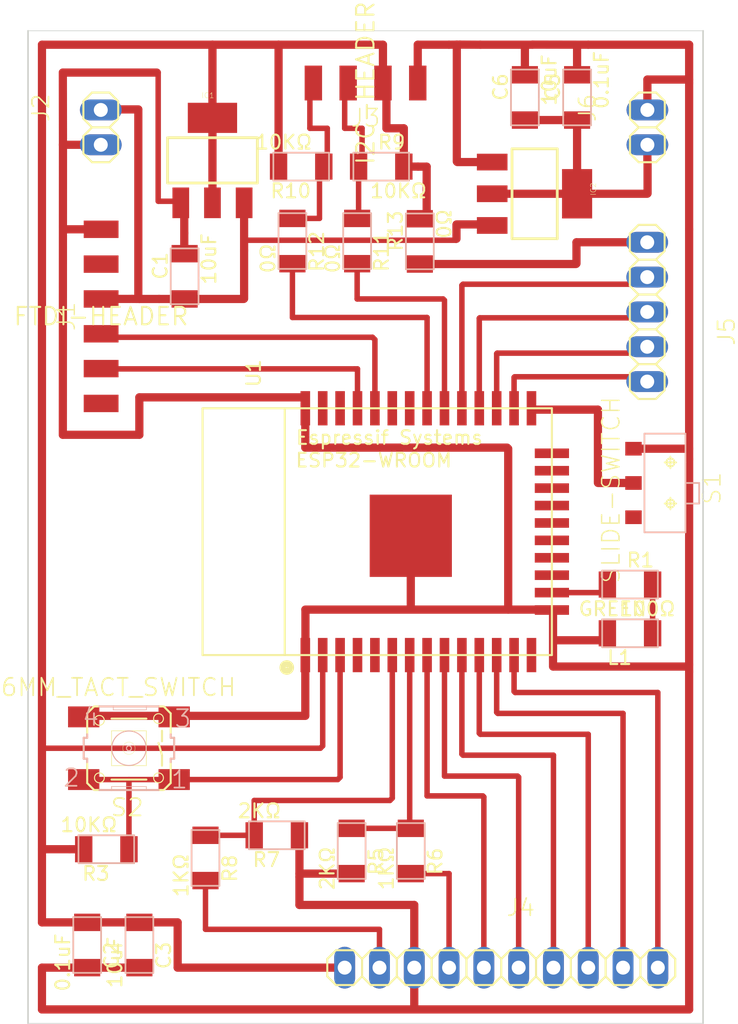
<source format=kicad_pcb>
(kicad_pcb (version 20171130) (host pcbnew "(5.1.5-0-10_14)")

  (general
    (thickness 1.6)
    (drawings 4)
    (tracks 209)
    (zones 0)
    (modules 28)
    (nets 30)
  )

  (page A4)
  (layers
    (0 F.Cu signal)
    (31 B.Cu signal)
    (32 B.Adhes user)
    (33 F.Adhes user)
    (34 B.Paste user)
    (35 F.Paste user)
    (36 B.SilkS user)
    (37 F.SilkS user)
    (38 B.Mask user)
    (39 F.Mask user)
    (40 Dwgs.User user)
    (41 Cmts.User user)
    (42 Eco1.User user)
    (43 Eco2.User user)
    (44 Edge.Cuts user)
    (45 Margin user)
    (46 B.CrtYd user)
    (47 F.CrtYd user)
    (48 B.Fab user)
    (49 F.Fab user hide)
  )

  (setup
    (last_trace_width 0.4)
    (trace_clearance 0.3)
    (zone_clearance 0.508)
    (zone_45_only no)
    (trace_min 0.2)
    (via_size 0.6)
    (via_drill 0.4)
    (via_min_size 0.4)
    (via_min_drill 0.3)
    (uvia_size 0.3)
    (uvia_drill 0.1)
    (uvias_allowed no)
    (uvia_min_size 0.2)
    (uvia_min_drill 0.1)
    (edge_width 0.05)
    (segment_width 0.2)
    (pcb_text_width 0.3)
    (pcb_text_size 1.5 1.5)
    (mod_edge_width 0.12)
    (mod_text_size 1 1)
    (mod_text_width 0.15)
    (pad_size 1.524 1.524)
    (pad_drill 0.762)
    (pad_to_mask_clearance 0.051)
    (solder_mask_min_width 0.25)
    (aux_axis_origin 0 0)
    (visible_elements FFFFFF7F)
    (pcbplotparams
      (layerselection 0x010fc_ffffffff)
      (usegerberextensions false)
      (usegerberattributes false)
      (usegerberadvancedattributes false)
      (creategerberjobfile false)
      (excludeedgelayer true)
      (linewidth 0.100000)
      (plotframeref false)
      (viasonmask false)
      (mode 1)
      (useauxorigin false)
      (hpglpennumber 1)
      (hpglpenspeed 20)
      (hpglpendiameter 15.000000)
      (psnegative false)
      (psa4output false)
      (plotreference true)
      (plotvalue true)
      (plotinvisibletext false)
      (padsonsilk false)
      (subtractmaskfromsilk false)
      (outputformat 1)
      (mirror false)
      (drillshape 1)
      (scaleselection 1)
      (outputdirectory ""))
  )

  (net 0 "")
  (net 1 3V3)
  (net 2 GND)
  (net 3 5V)
  (net 4 TRIG)
  (net 5 "Net-(S1-Pad2)")
  (net 6 3V3REG)
  (net 7 SCL)
  (net 8 SDA)
  (net 9 TX)
  (net 10 RX)
  (net 11 "Net-(J4-Pad4)")
  (net 12 ECHO)
  (net 13 LDR)
  (net 14 R)
  (net 15 G)
  (net 16 B)
  (net 17 RST)
  (net 18 "Net-(L1-Pad1)")
  (net 19 "Net-(R1-Pad1)")
  (net 20 BUZZ)
  (net 21 DHT)
  (net 22 IN1A)
  (net 23 IN2A)
  (net 24 IN1B)
  (net 25 IN2B)
  (net 26 "Net-(J4-Pad2)")
  (net 27 "Net-(J3-Pad1)")
  (net 28 "Net-(J3-Pad2)")
  (net 29 "Net-(J5-Pad1)")

  (net_class Default "This is the default net class."
    (clearance 0.3)
    (trace_width 0.4)
    (via_dia 0.6)
    (via_drill 0.4)
    (uvia_dia 0.3)
    (uvia_drill 0.1)
    (diff_pair_width 0.4)
    (diff_pair_gap 0.25)
    (add_net 3V3)
    (add_net 3V3REG)
    (add_net 5V)
    (add_net B)
    (add_net BUZZ)
    (add_net DHT)
    (add_net ECHO)
    (add_net G)
    (add_net GND)
    (add_net IN1A)
    (add_net IN1B)
    (add_net IN2A)
    (add_net IN2B)
    (add_net LDR)
    (add_net "Net-(J3-Pad1)")
    (add_net "Net-(J3-Pad2)")
    (add_net "Net-(J4-Pad2)")
    (add_net "Net-(J4-Pad4)")
    (add_net "Net-(J5-Pad1)")
    (add_net "Net-(L1-Pad1)")
    (add_net "Net-(R1-Pad1)")
    (add_net "Net-(S1-Pad2)")
    (add_net R)
    (add_net RST)
    (add_net RX)
    (add_net SCL)
    (add_net SDA)
    (add_net TRIG)
    (add_net TX)
  )

  (module fab-AYZ0102AGRLC (layer F.Cu) (tedit 200000) (tstamp 5E953874)
    (at 186.1947 84.79536 270)
    (path /5E8C7A5A)
    (attr smd)
    (fp_text reference S1 (at 0.381 -3.429 90) (layer F.SilkS)
      (effects (font (size 1.27 1.27) (thickness 0.1016)))
    )
    (fp_text value SLIDE-SWITCH (at 0.508 3.937 90) (layer F.SilkS)
      (effects (font (size 1.27 1.27) (thickness 0.1016)))
    )
    (fp_line (start -3.59918 1.4986) (end 3.59918 1.4986) (layer B.SilkS) (width 0.127))
    (fp_line (start 3.59918 1.4986) (end 3.59918 -1.4986) (layer B.SilkS) (width 0.127))
    (fp_line (start 3.59918 -1.4986) (end 1.4986 -1.4986) (layer B.SilkS) (width 0.127))
    (fp_line (start 1.4986 -1.4986) (end -1.4986 -1.4986) (layer B.SilkS) (width 0.127))
    (fp_line (start -1.4986 -1.4986) (end -3.59918 -1.4986) (layer B.SilkS) (width 0.127))
    (fp_line (start -3.59918 -1.4986) (end -3.59918 1.4986) (layer B.SilkS) (width 0.127))
    (fp_line (start 0 -1.59766) (end 0 -2.49936) (layer B.SilkS) (width 0.127))
    (fp_line (start 0 -2.49936) (end 1.4986 -2.49936) (layer B.SilkS) (width 0.127))
    (fp_line (start 1.4986 -2.49936) (end 1.4986 -1.4986) (layer B.SilkS) (width 0.127))
    (fp_circle (center -1.4986 -0.39878) (end -1.70942 -0.6096) (layer F.SilkS) (width 0.127))
    (fp_line (start -1.92278 -0.39878) (end -1.07442 -0.39878) (layer F.SilkS) (width 0.127))
    (fp_line (start -1.4986 0.02286) (end -1.4986 -0.82296) (layer F.SilkS) (width 0.127))
    (fp_circle (center 1.4986 -0.39878) (end 1.70942 -0.6096) (layer F.SilkS) (width 0.127))
    (fp_line (start 1.07442 -0.39878) (end 1.92278 -0.39878) (layer F.SilkS) (width 0.127))
    (fp_line (start 1.4986 0.02286) (end 1.4986 -0.82296) (layer F.SilkS) (width 0.127))
    (pad 1 smd rect (at 2.49936 2.2987 270) (size 0.99822 1.19888) (layers F.Cu F.Paste F.Mask))
    (pad 2 smd rect (at 0 2.2987 270) (size 0.99822 1.19888) (layers F.Cu F.Paste F.Mask)
      (net 5 "Net-(S1-Pad2)"))
    (pad 3 smd rect (at -2.49936 2.2987 270) (size 0.99822 1.19888) (layers F.Cu F.Paste F.Mask)
      (net 2 GND))
    (model ${KISYS3DMOD}/Button_Switch_SMD.3dshapes/SW_DIP_SPSTx01_Slide_9.78x4.72mm_W8.61mm_P2.54mm.step
      (offset (xyz 0 -2.4 0))
      (scale (xyz 0.6 0.6 0.6))
      (rotate (xyz 0 0 -90))
    )
  )

  (module ESP32-footprints-Lib:ESP32-WROOM_FAB (layer F.Cu) (tedit 5E60E014) (tstamp 5E9538E5)
    (at 165.19 88.346 270)
    (path /5E8D45A6)
    (fp_text reference U1 (at -11.557 9.017 90) (layer F.SilkS)
      (effects (font (size 1 1) (thickness 0.15)))
    )
    (fp_text value ESP32-WROOM (at 5.715 14.224 90) (layer F.Fab)
      (effects (font (size 1 1) (thickness 0.15)))
    )
    (fp_line (start -9 12.75) (end 9 12.75) (layer F.SilkS) (width 0.15))
    (fp_line (start -9 -12.75) (end 9 -12.75) (layer F.SilkS) (width 0.15))
    (fp_line (start -9 12.75) (end -9 -12.75) (layer F.SilkS) (width 0.15))
    (fp_line (start 9 12.75) (end 9 -12.75) (layer F.SilkS) (width 0.15))
    (fp_line (start -9 6.75) (end 9 6.75) (layer F.SilkS) (width 0.15))
    (fp_text user ESP32-WROOM (at -5.207 0.254) (layer F.SilkS)
      (effects (font (size 1 1) (thickness 0.15)))
    )
    (fp_circle (center 9.906 6.604) (end 10.033 6.858) (layer F.SilkS) (width 0.5))
    (fp_text user "Espressif Systems" (at -6.858 -0.889) (layer F.SilkS)
      (effects (font (size 1 1) (thickness 0.15)))
    )
    (pad 39 smd rect (at 0.3 -2.45 270) (size 6 6) (layers F.Cu F.Paste F.Mask)
      (net 2 GND))
    (pad 1 smd rect (at 9 5.25 270) (size 2.5 0.7) (layers F.Cu F.Paste F.Mask)
      (net 2 GND))
    (pad 2 smd rect (at 9 3.98 270) (size 2.5 0.7) (layers F.Cu F.Paste F.Mask)
      (net 1 3V3))
    (pad 3 smd rect (at 9 2.71 270) (size 2.5 0.7) (layers F.Cu F.Paste F.Mask)
      (net 17 RST))
    (pad 4 smd rect (at 9 1.44 270) (size 2.5 0.7) (layers F.Cu F.Paste F.Mask))
    (pad 5 smd rect (at 9 0.17 270) (size 2.5 0.7) (layers F.Cu F.Paste F.Mask))
    (pad 6 smd rect (at 9 -1.1 270) (size 2.5 0.7) (layers F.Cu F.Paste F.Mask)
      (net 13 LDR))
    (pad 7 smd rect (at 9 -2.37 270) (size 2.5 0.7) (layers F.Cu F.Paste F.Mask)
      (net 12 ECHO))
    (pad 8 smd rect (at 9 -3.64 270) (size 2.5 0.7) (layers F.Cu F.Paste F.Mask)
      (net 4 TRIG))
    (pad 9 smd rect (at 9 -4.91 270) (size 2.5 0.7) (layers F.Cu F.Paste F.Mask)
      (net 21 DHT))
    (pad 10 smd rect (at 9 -6.18 270) (size 2.5 0.7) (layers F.Cu F.Paste F.Mask)
      (net 14 R))
    (pad 11 smd rect (at 9 -7.45 270) (size 2.5 0.7) (layers F.Cu F.Paste F.Mask)
      (net 15 G))
    (pad 12 smd rect (at 9 -8.72 270) (size 2.5 0.7) (layers F.Cu F.Paste F.Mask)
      (net 16 B))
    (pad 13 smd rect (at 9 -9.99 270) (size 2.5 0.7) (layers F.Cu F.Paste F.Mask)
      (net 20 BUZZ))
    (pad 14 smd rect (at 9 -11.26 270) (size 2.5 0.7) (layers F.Cu F.Paste F.Mask))
    (pad 15 smd rect (at 5.715 -12.75 270) (size 0.7 2.5) (layers F.Cu F.Paste F.Mask)
      (net 2 GND))
    (pad 16 smd rect (at 4.445 -12.75 270) (size 0.7 2.5) (layers F.Cu F.Paste F.Mask)
      (net 19 "Net-(R1-Pad1)"))
    (pad 17 smd rect (at 3.175 -12.75 270) (size 0.7 2.5) (layers F.Cu F.Paste F.Mask))
    (pad 18 smd rect (at 1.905 -12.75 270) (size 0.7 2.5) (layers F.Cu F.Paste F.Mask))
    (pad 19 smd rect (at 0.635 -12.75 270) (size 0.7 2.5) (layers F.Cu F.Paste F.Mask))
    (pad 20 smd rect (at -0.635 -12.75 270) (size 0.7 2.5) (layers F.Cu F.Paste F.Mask))
    (pad 21 smd rect (at -1.905 -12.75 270) (size 0.7 2.5) (layers F.Cu F.Paste F.Mask))
    (pad 22 smd rect (at -3.175 -12.75 270) (size 0.7 2.5) (layers F.Cu F.Paste F.Mask))
    (pad 23 smd rect (at -4.445 -12.75 270) (size 0.7 2.5) (layers F.Cu F.Paste F.Mask))
    (pad 24 smd rect (at -5.715 -12.75 270) (size 0.7 2.5) (layers F.Cu F.Paste F.Mask))
    (pad 25 smd rect (at -9 -11.26 270) (size 2.5 0.7) (layers F.Cu F.Paste F.Mask)
      (net 5 "Net-(S1-Pad2)"))
    (pad 26 smd rect (at -9 -9.99 270) (size 2.5 0.7) (layers F.Cu F.Paste F.Mask)
      (net 25 IN2B))
    (pad 27 smd rect (at -9 -8.72 270) (size 2.5 0.7) (layers F.Cu F.Paste F.Mask)
      (net 24 IN1B))
    (pad 28 smd rect (at -9 -7.45 270) (size 2.5 0.7) (layers F.Cu F.Paste F.Mask)
      (net 23 IN2A))
    (pad 29 smd rect (at -9 -6.18 270) (size 2.5 0.7) (layers F.Cu F.Paste F.Mask)
      (net 22 IN1A))
    (pad 30 smd rect (at -9 -4.91 270) (size 2.5 0.7) (layers F.Cu F.Paste F.Mask)
      (net 8 SDA))
    (pad 31 smd rect (at -9 -3.64 270) (size 2.5 0.7) (layers F.Cu F.Paste F.Mask)
      (net 7 SCL))
    (pad 32 smd rect (at -9 -2.37 270) (size 2.5 0.7) (layers F.Cu F.Paste F.Mask))
    (pad 33 smd rect (at -9 -1.1 270) (size 2.5 0.7) (layers F.Cu F.Paste F.Mask))
    (pad 34 smd rect (at -9 0.17 270) (size 2.5 0.7) (layers F.Cu F.Paste F.Mask)
      (net 9 TX))
    (pad 35 smd rect (at -9 1.44 270) (size 2.5 0.7) (layers F.Cu F.Paste F.Mask)
      (net 10 RX))
    (pad 36 smd rect (at -9 2.71 270) (size 2.5 0.7) (layers F.Cu F.Paste F.Mask))
    (pad 37 smd rect (at -9 3.98 270) (size 2.5 0.7) (layers F.Cu F.Paste F.Mask))
    (pad 38 smd rect (at -9 5.25 270) (size 2.5 0.7) (layers F.Cu F.Paste F.Mask)
      (net 2 GND))
    (model ${KISYS3DMOD}/RF_Module.3dshapes/ESP32-WROOM-32.step
      (offset (xyz 0 2.6 0))
      (scale (xyz 1 1 1))
      (rotate (xyz 0 0 180))
    )
  )

  (module fab-C1206FAB (layer F.Cu) (tedit 200000) (tstamp 5E97EB21)
    (at 151.13 69.723 90)
    (path /5E8FDBC6)
    (attr smd)
    (fp_text reference C1 (at 0.762 -1.778 90) (layer F.SilkS)
      (effects (font (size 1.016 1.016) (thickness 0.1524)))
    )
    (fp_text value 10uF (at 1.27 1.778 90) (layer F.SilkS)
      (effects (font (size 1.016 1.016) (thickness 0.1524)))
    )
    (fp_line (start -2.032 1.016) (end -2.032 -1.016) (layer B.SilkS) (width 0.127))
    (fp_line (start 2.032 1.016) (end -2.032 1.016) (layer B.SilkS) (width 0.127))
    (fp_line (start 2.032 -1.016) (end 2.032 1.016) (layer B.SilkS) (width 0.127))
    (fp_line (start -2.032 -1.016) (end 2.032 -1.016) (layer B.SilkS) (width 0.127))
    (pad 2 smd rect (at 1.651 0 90) (size 1.27 1.905) (layers F.Cu F.Paste F.Mask)
      (net 2 GND))
    (pad 1 smd rect (at -1.651 0 90) (size 1.27 1.905) (layers F.Cu F.Paste F.Mask)
      (net 6 3V3REG))
    (model ${KISYS3DMOD}/Capacitor_SMD.3dshapes/C_1206_3216Metric.step
      (at (xyz 0 0 0))
      (scale (xyz 1 1 1))
      (rotate (xyz 0 0 0))
    )
  )

  (module fab-C1206FAB (layer F.Cu) (tedit 200000) (tstamp 5E97EB2B)
    (at 144.018 118.491 270)
    (path /5E8FEBC8)
    (attr smd)
    (fp_text reference C2 (at 0.762 -1.778 90) (layer F.SilkS)
      (effects (font (size 1.016 1.016) (thickness 0.1524)))
    )
    (fp_text value 0.1uF (at 1.27 1.778 90) (layer F.SilkS)
      (effects (font (size 1.016 1.016) (thickness 0.1524)))
    )
    (fp_line (start -2.032 1.016) (end -2.032 -1.016) (layer B.SilkS) (width 0.127))
    (fp_line (start 2.032 1.016) (end -2.032 1.016) (layer B.SilkS) (width 0.127))
    (fp_line (start 2.032 -1.016) (end 2.032 1.016) (layer B.SilkS) (width 0.127))
    (fp_line (start -2.032 -1.016) (end 2.032 -1.016) (layer B.SilkS) (width 0.127))
    (pad 2 smd rect (at 1.651 0 270) (size 1.27 1.905) (layers F.Cu F.Paste F.Mask)
      (net 2 GND))
    (pad 1 smd rect (at -1.651 0 270) (size 1.27 1.905) (layers F.Cu F.Paste F.Mask)
      (net 1 3V3))
    (model ${KISYS3DMOD}/Capacitor_SMD.3dshapes/C_1206_3216Metric.step
      (at (xyz 0 0 0))
      (scale (xyz 1 1 1))
      (rotate (xyz 0 0 0))
    )
  )

  (module fab-C1206FAB (layer F.Cu) (tedit 200000) (tstamp 5E97EB35)
    (at 147.828 118.491 270)
    (path /5E900157)
    (attr smd)
    (fp_text reference C3 (at 0.762 -1.778 90) (layer F.SilkS)
      (effects (font (size 1.016 1.016) (thickness 0.1524)))
    )
    (fp_text value 10uF (at 1.27 1.778 90) (layer F.SilkS)
      (effects (font (size 1.016 1.016) (thickness 0.1524)))
    )
    (fp_line (start -2.032 -1.016) (end 2.032 -1.016) (layer B.SilkS) (width 0.127))
    (fp_line (start 2.032 -1.016) (end 2.032 1.016) (layer B.SilkS) (width 0.127))
    (fp_line (start 2.032 1.016) (end -2.032 1.016) (layer B.SilkS) (width 0.127))
    (fp_line (start -2.032 1.016) (end -2.032 -1.016) (layer B.SilkS) (width 0.127))
    (pad 1 smd rect (at -1.651 0 270) (size 1.27 1.905) (layers F.Cu F.Paste F.Mask)
      (net 1 3V3))
    (pad 2 smd rect (at 1.651 0 270) (size 1.27 1.905) (layers F.Cu F.Paste F.Mask)
      (net 2 GND))
    (model ${KISYS3DMOD}/Capacitor_SMD.3dshapes/C_1206_3216Metric.step
      (at (xyz 0 0 0))
      (scale (xyz 1 1 1))
      (rotate (xyz 0 0 0))
    )
  )

  (module fab-C1206FAB (layer F.Cu) (tedit 200000) (tstamp 5E97EB49)
    (at 179.78 56.677 90)
    (path /5E93D978)
    (attr smd)
    (fp_text reference C5 (at 0.762 -1.778 90) (layer F.SilkS)
      (effects (font (size 1.016 1.016) (thickness 0.1524)))
    )
    (fp_text value 0.1uF (at 1.27 1.778 90) (layer F.SilkS)
      (effects (font (size 1.016 1.016) (thickness 0.1524)))
    )
    (fp_line (start -2.032 1.016) (end -2.032 -1.016) (layer B.SilkS) (width 0.127))
    (fp_line (start 2.032 1.016) (end -2.032 1.016) (layer B.SilkS) (width 0.127))
    (fp_line (start 2.032 -1.016) (end 2.032 1.016) (layer B.SilkS) (width 0.127))
    (fp_line (start -2.032 -1.016) (end 2.032 -1.016) (layer B.SilkS) (width 0.127))
    (pad 2 smd rect (at 1.651 0 90) (size 1.27 1.905) (layers F.Cu F.Paste F.Mask)
      (net 2 GND))
    (pad 1 smd rect (at -1.651 0 90) (size 1.27 1.905) (layers F.Cu F.Paste F.Mask)
      (net 3 5V))
    (model ${KISYS3DMOD}/Capacitor_SMD.3dshapes/C_1206_3216Metric.step
      (at (xyz 0 0 0))
      (scale (xyz 1 1 1))
      (rotate (xyz 0 0 0))
    )
  )

  (module fab-C1206FAB (layer F.Cu) (tedit 200000) (tstamp 5E97EB53)
    (at 175.97 56.677 90)
    (path /5EAC041D)
    (attr smd)
    (fp_text reference C6 (at 0.762 -1.778 90) (layer F.SilkS)
      (effects (font (size 1.016 1.016) (thickness 0.1524)))
    )
    (fp_text value 10uF (at 1.27 1.778 90) (layer F.SilkS)
      (effects (font (size 1.016 1.016) (thickness 0.1524)))
    )
    (fp_line (start -2.032 -1.016) (end 2.032 -1.016) (layer B.SilkS) (width 0.127))
    (fp_line (start 2.032 -1.016) (end 2.032 1.016) (layer B.SilkS) (width 0.127))
    (fp_line (start 2.032 1.016) (end -2.032 1.016) (layer B.SilkS) (width 0.127))
    (fp_line (start -2.032 1.016) (end -2.032 -1.016) (layer B.SilkS) (width 0.127))
    (pad 1 smd rect (at -1.651 0 90) (size 1.27 1.905) (layers F.Cu F.Paste F.Mask)
      (net 3 5V))
    (pad 2 smd rect (at 1.651 0 90) (size 1.27 1.905) (layers F.Cu F.Paste F.Mask)
      (net 2 GND))
    (model ${KISYS3DMOD}/Capacitor_SMD.3dshapes/C_1206_3216Metric.step
      (at (xyz 0 0 0))
      (scale (xyz 1 1 1))
      (rotate (xyz 0 0 0))
    )
  )

  (module fab-1X06SMD (layer F.Cu) (tedit 200000) (tstamp 5E97EB7C)
    (at 145.034 72.644)
    (path /5E8F3E86)
    (attr smd)
    (fp_text reference J1 (at -2.54 0 90) (layer F.SilkS)
      (effects (font (size 1.27 1.27) (thickness 0.1016)))
    )
    (fp_text value FTDI-HEADER (at 0 0) (layer F.SilkS)
      (effects (font (size 1.27 1.27) (thickness 0.15)))
    )
    (pad 1 smd rect (at 0 -6.35) (size 2.54 1.27) (layers F.Cu F.Paste F.Mask)
      (net 2 GND))
    (pad 2 smd rect (at 0 -3.81) (size 2.54 1.27) (layers F.Cu F.Paste F.Mask))
    (pad 3 smd rect (at 0 -1.27) (size 2.54 1.27) (layers F.Cu F.Paste F.Mask)
      (net 6 3V3REG))
    (pad 4 smd rect (at 0 1.27) (size 2.54 1.27) (layers F.Cu F.Paste F.Mask)
      (net 9 TX))
    (pad 5 smd rect (at 0 3.81) (size 2.54 1.27) (layers F.Cu F.Paste F.Mask)
      (net 10 RX))
    (pad 6 smd rect (at 0 6.35) (size 2.54 1.27) (layers F.Cu F.Paste F.Mask))
    (model ${KISYS3DMOD}/Connector_PinHeader_2.54mm.3dshapes/PinHeader_1x06_P2.54mm_Horizontal.wrl
      (offset (xyz 0 -6.3 0))
      (scale (xyz 1 1 1))
      (rotate (xyz 0 0 180))
    )
  )

  (module fab-R1206FAB (layer F.Cu) (tedit 200000) (tstamp 5E97EB90)
    (at 145.415 111.506 180)
    (path /5E8DB166)
    (attr smd)
    (fp_text reference R3 (at 0.762 -1.778) (layer F.SilkS)
      (effects (font (size 1.016 1.016) (thickness 0.1524)))
    )
    (fp_text value 10KΩ (at 1.27 1.778) (layer F.SilkS)
      (effects (font (size 1.016 1.016) (thickness 0.1524)))
    )
    (fp_line (start -2.032 -1.016) (end 2.032 -1.016) (layer B.SilkS) (width 0.127))
    (fp_line (start 2.032 -1.016) (end 2.032 1.016) (layer B.SilkS) (width 0.127))
    (fp_line (start 2.032 1.016) (end -2.032 1.016) (layer B.SilkS) (width 0.127))
    (fp_line (start -2.032 1.016) (end -2.032 -1.016) (layer B.SilkS) (width 0.127))
    (pad 1 smd rect (at -1.651 0 180) (size 1.27 1.905) (layers F.Cu F.Paste F.Mask)
      (net 17 RST))
    (pad 2 smd rect (at 1.651 0 180) (size 1.27 1.905) (layers F.Cu F.Paste F.Mask)
      (net 1 3V3))
    (model ${KISYS3DMOD}/Resistor_SMD.3dshapes/R_1206_3216Metric.step
      (at (xyz 0 0 0))
      (scale (xyz 1 1 1))
      (rotate (xyz 0 0 0))
    )
  )

  (module fab-R1206FAB (layer F.Cu) (tedit 200000) (tstamp 5E97EBA4)
    (at 163.322 111.633 270)
    (path /5F1F56A9)
    (attr smd)
    (fp_text reference R5 (at 0.762 -1.778 90) (layer F.SilkS)
      (effects (font (size 1.016 1.016) (thickness 0.1524)))
    )
    (fp_text value 2KΩ (at 1.27 1.778 90) (layer F.SilkS)
      (effects (font (size 1.016 1.016) (thickness 0.1524)))
    )
    (fp_line (start -2.032 -1.016) (end 2.032 -1.016) (layer B.SilkS) (width 0.127))
    (fp_line (start 2.032 -1.016) (end 2.032 1.016) (layer B.SilkS) (width 0.127))
    (fp_line (start 2.032 1.016) (end -2.032 1.016) (layer B.SilkS) (width 0.127))
    (fp_line (start -2.032 1.016) (end -2.032 -1.016) (layer B.SilkS) (width 0.127))
    (pad 1 smd rect (at -1.651 0 270) (size 1.27 1.905) (layers F.Cu F.Paste F.Mask)
      (net 12 ECHO))
    (pad 2 smd rect (at 1.651 0 270) (size 1.27 1.905) (layers F.Cu F.Paste F.Mask)
      (net 2 GND))
    (model ${KISYS3DMOD}/Resistor_SMD.3dshapes/R_1206_3216Metric.step
      (at (xyz 0 0 0))
      (scale (xyz 1 1 1))
      (rotate (xyz 0 0 0))
    )
  )

  (module fab-R1206FAB (layer F.Cu) (tedit 200000) (tstamp 5E97EBAE)
    (at 167.64 111.633 270)
    (path /5F1F7DF9)
    (attr smd)
    (fp_text reference R6 (at 0.762 -1.778 90) (layer F.SilkS)
      (effects (font (size 1.016 1.016) (thickness 0.1524)))
    )
    (fp_text value 1KΩ (at 1.27 1.778 90) (layer F.SilkS)
      (effects (font (size 1.016 1.016) (thickness 0.1524)))
    )
    (fp_line (start -2.032 1.016) (end -2.032 -1.016) (layer B.SilkS) (width 0.127))
    (fp_line (start 2.032 1.016) (end -2.032 1.016) (layer B.SilkS) (width 0.127))
    (fp_line (start 2.032 -1.016) (end 2.032 1.016) (layer B.SilkS) (width 0.127))
    (fp_line (start -2.032 -1.016) (end 2.032 -1.016) (layer B.SilkS) (width 0.127))
    (pad 2 smd rect (at 1.651 0 270) (size 1.27 1.905) (layers F.Cu F.Paste F.Mask)
      (net 11 "Net-(J4-Pad4)"))
    (pad 1 smd rect (at -1.651 0 270) (size 1.27 1.905) (layers F.Cu F.Paste F.Mask)
      (net 12 ECHO))
    (model ${KISYS3DMOD}/Resistor_SMD.3dshapes/R_1206_3216Metric.step
      (at (xyz 0 0 0))
      (scale (xyz 1 1 1))
      (rotate (xyz 0 0 0))
    )
  )

  (module fab-R1206FAB (layer F.Cu) (tedit 200000) (tstamp 5E97EBB8)
    (at 157.861 110.49 180)
    (path /5F2C77B7)
    (attr smd)
    (fp_text reference R7 (at 0.762 -1.778) (layer F.SilkS)
      (effects (font (size 1.016 1.016) (thickness 0.1524)))
    )
    (fp_text value 2KΩ (at 1.27 1.778) (layer F.SilkS)
      (effects (font (size 1.016 1.016) (thickness 0.1524)))
    )
    (fp_line (start -2.032 -1.016) (end 2.032 -1.016) (layer B.SilkS) (width 0.127))
    (fp_line (start 2.032 -1.016) (end 2.032 1.016) (layer B.SilkS) (width 0.127))
    (fp_line (start 2.032 1.016) (end -2.032 1.016) (layer B.SilkS) (width 0.127))
    (fp_line (start -2.032 1.016) (end -2.032 -1.016) (layer B.SilkS) (width 0.127))
    (pad 1 smd rect (at -1.651 0 180) (size 1.27 1.905) (layers F.Cu F.Paste F.Mask)
      (net 2 GND))
    (pad 2 smd rect (at 1.651 0 180) (size 1.27 1.905) (layers F.Cu F.Paste F.Mask)
      (net 13 LDR))
    (model ${KISYS3DMOD}/Resistor_SMD.3dshapes/R_1206_3216Metric.step
      (at (xyz 0 0 0))
      (scale (xyz 1 1 1))
      (rotate (xyz 0 0 0))
    )
  )

  (module fab-R1206FAB (layer F.Cu) (tedit 200000) (tstamp 5E97EBC2)
    (at 152.654 112.141 270)
    (path /5F2C800F)
    (attr smd)
    (fp_text reference R8 (at 0.762 -1.778 90) (layer F.SilkS)
      (effects (font (size 1.016 1.016) (thickness 0.1524)))
    )
    (fp_text value 1KΩ (at 1.27 1.778 90) (layer F.SilkS)
      (effects (font (size 1.016 1.016) (thickness 0.1524)))
    )
    (fp_line (start -2.032 1.016) (end -2.032 -1.016) (layer B.SilkS) (width 0.127))
    (fp_line (start 2.032 1.016) (end -2.032 1.016) (layer B.SilkS) (width 0.127))
    (fp_line (start 2.032 -1.016) (end 2.032 1.016) (layer B.SilkS) (width 0.127))
    (fp_line (start -2.032 -1.016) (end 2.032 -1.016) (layer B.SilkS) (width 0.127))
    (pad 2 smd rect (at 1.651 0 270) (size 1.27 1.905) (layers F.Cu F.Paste F.Mask)
      (net 26 "Net-(J4-Pad2)"))
    (pad 1 smd rect (at -1.651 0 270) (size 1.27 1.905) (layers F.Cu F.Paste F.Mask)
      (net 13 LDR))
    (model ${KISYS3DMOD}/Resistor_SMD.3dshapes/R_1206_3216Metric.step
      (at (xyz 0 0 0))
      (scale (xyz 1 1 1))
      (rotate (xyz 0 0 0))
    )
  )

  (module fab-6MM_SWITCH (layer F.Cu) (tedit 200000) (tstamp 5E97EC1E)
    (at 147.066 104.14 180)
    (descr "OMRON SWITCH")
    (tags "OMRON SWITCH")
    (path /5E8D98B1)
    (attr smd)
    (fp_text reference S2 (at 0.127 -4.318) (layer F.SilkS)
      (effects (font (size 1.27 1.27) (thickness 0.127)))
    )
    (fp_text value 6MM_TACT_SWITCH (at 0.762 4.445) (layer F.SilkS)
      (effects (font (size 1.27 1.27) (thickness 0.127)))
    )
    (fp_line (start 3.302 0.762) (end 3.048 0.762) (layer B.SilkS) (width 0.1524))
    (fp_line (start 3.302 0.762) (end 3.302 -0.762) (layer B.SilkS) (width 0.1524))
    (fp_line (start 3.048 -0.762) (end 3.302 -0.762) (layer B.SilkS) (width 0.1524))
    (fp_line (start 3.048 -1.016) (end 3.048 -2.54) (layer F.SilkS) (width 0.1524))
    (fp_line (start -3.302 -0.762) (end -3.048 -0.762) (layer B.SilkS) (width 0.1524))
    (fp_line (start -3.302 -0.762) (end -3.302 0.762) (layer B.SilkS) (width 0.1524))
    (fp_line (start -3.048 0.762) (end -3.302 0.762) (layer B.SilkS) (width 0.1524))
    (fp_line (start 3.048 -2.54) (end 2.54 -3.048) (layer F.SilkS) (width 0.1524))
    (fp_line (start 2.54 3.048) (end 3.048 2.54) (layer F.SilkS) (width 0.1524))
    (fp_line (start 3.048 2.54) (end 3.048 1.016) (layer F.SilkS) (width 0.1524))
    (fp_line (start -2.54 -3.048) (end -3.048 -2.54) (layer F.SilkS) (width 0.1524))
    (fp_line (start -3.048 -2.54) (end -3.048 -1.016) (layer F.SilkS) (width 0.1524))
    (fp_line (start -2.54 3.048) (end -3.048 2.54) (layer F.SilkS) (width 0.1524))
    (fp_line (start -3.048 2.54) (end -3.048 1.016) (layer F.SilkS) (width 0.1524))
    (fp_line (start -1.27 -1.27) (end -1.27 1.27) (layer F.SilkS) (width 0.0508))
    (fp_line (start 1.27 1.27) (end -1.27 1.27) (layer F.SilkS) (width 0.0508))
    (fp_line (start 1.27 1.27) (end 1.27 -1.27) (layer F.SilkS) (width 0.0508))
    (fp_line (start -1.27 -1.27) (end 1.27 -1.27) (layer F.SilkS) (width 0.0508))
    (fp_line (start -1.27 -3.048) (end -1.27 -2.794) (layer B.SilkS) (width 0.0508))
    (fp_line (start 1.27 -2.794) (end -1.27 -2.794) (layer B.SilkS) (width 0.0508))
    (fp_line (start 1.27 -2.794) (end 1.27 -3.048) (layer B.SilkS) (width 0.0508))
    (fp_line (start 1.143 2.794) (end -1.27 2.794) (layer B.SilkS) (width 0.0508))
    (fp_line (start 1.143 2.794) (end 1.143 3.048) (layer B.SilkS) (width 0.0508))
    (fp_line (start -1.27 2.794) (end -1.27 3.048) (layer B.SilkS) (width 0.0508))
    (fp_line (start 2.54 3.048) (end 2.159 3.048) (layer F.SilkS) (width 0.1524))
    (fp_line (start -2.54 3.048) (end -2.159 3.048) (layer F.SilkS) (width 0.1524))
    (fp_line (start -2.159 3.048) (end -1.27 3.048) (layer B.SilkS) (width 0.1524))
    (fp_line (start -2.54 -3.048) (end -2.159 -3.048) (layer F.SilkS) (width 0.1524))
    (fp_line (start 2.54 -3.048) (end 2.159 -3.048) (layer F.SilkS) (width 0.1524))
    (fp_line (start 2.159 -3.048) (end 1.27 -3.048) (layer B.SilkS) (width 0.1524))
    (fp_line (start 1.27 -3.048) (end -1.27 -3.048) (layer B.SilkS) (width 0.1524))
    (fp_line (start -1.27 -3.048) (end -2.159 -3.048) (layer B.SilkS) (width 0.1524))
    (fp_line (start -1.27 3.048) (end 1.143 3.048) (layer B.SilkS) (width 0.1524))
    (fp_line (start 1.143 3.048) (end 2.159 3.048) (layer B.SilkS) (width 0.1524))
    (fp_line (start 3.048 0.762) (end 3.048 1.016) (layer B.SilkS) (width 0.1524))
    (fp_line (start 3.048 -0.762) (end 3.048 -1.016) (layer B.SilkS) (width 0.1524))
    (fp_line (start -3.048 0.762) (end -3.048 1.016) (layer B.SilkS) (width 0.1524))
    (fp_line (start -3.048 -0.762) (end -3.048 -1.016) (layer B.SilkS) (width 0.1524))
    (fp_line (start -1.27 2.159) (end 1.27 2.159) (layer F.SilkS) (width 0.1524))
    (fp_line (start 1.27 -2.286) (end -1.27 -2.286) (layer F.SilkS) (width 0.1524))
    (fp_line (start -2.413 -1.27) (end -2.413 -0.508) (layer F.SilkS) (width 0.1524))
    (fp_line (start -2.413 0.508) (end -2.413 1.27) (layer F.SilkS) (width 0.1524))
    (fp_line (start -2.413 -0.508) (end -2.159 0.381) (layer F.SilkS) (width 0.1524))
    (fp_circle (center 0 0) (end -0.889 0.889) (layer B.SilkS) (width 0.0762))
    (fp_circle (center -2.159 2.159) (end -2.413 2.413) (layer F.SilkS) (width 0.0762))
    (fp_circle (center 2.159 2.032) (end 2.413 2.286) (layer F.SilkS) (width 0.0762))
    (fp_circle (center 2.159 -2.159) (end 2.413 -2.413) (layer F.SilkS) (width 0.0762))
    (fp_circle (center -2.159 -2.159) (end -2.413 -2.413) (layer F.SilkS) (width 0.0762))
    (fp_circle (center 0 0) (end -0.3175 0.3175) (layer F.SilkS) (width 0.0254))
    (fp_circle (center 0 0) (end -0.127 0.127) (layer B.SilkS) (width 0.0762))
    (fp_text user 1 (at -3.683 -2.286) (layer B.SilkS)
      (effects (font (size 1.27 1.27) (thickness 0.127)))
    )
    (fp_text user 2 (at 4.191 -2.159) (layer B.SilkS)
      (effects (font (size 1.27 1.27) (thickness 0.127)))
    )
    (fp_text user 3 (at -3.937 2.159) (layer B.SilkS)
      (effects (font (size 1.27 1.27) (thickness 0.127)))
    )
    (fp_text user 4 (at 2.794 2.286) (layer B.SilkS)
      (effects (font (size 1.27 1.27) (thickness 0.127)))
    )
    (pad 1 smd rect (at -3.302 -2.286 180) (size 2.286 1.524) (layers F.Cu F.Paste F.Mask)
      (net 17 RST))
    (pad 2 smd rect (at 3.302 -2.286 180) (size 2.286 1.524) (layers F.Cu F.Paste F.Mask)
      (net 17 RST))
    (pad 3 smd rect (at -3.302 2.286 180) (size 2.286 1.524) (layers F.Cu F.Paste F.Mask)
      (net 2 GND))
    (pad 4 smd rect (at 3.302 2.286 180) (size 2.286 1.524) (layers F.Cu F.Paste F.Mask)
      (net 2 GND))
    (model ${KISYS3DMOD}/Button_Switch_THT.3dshapes/SW_PUSH_6mm_H8mm.wrl
      (offset (xyz -3 2.3 0))
      (scale (xyz 1 1 1))
      (rotate (xyz 0 0 0))
    )
  )

  (module fab-1X02 (layer F.Cu) (tedit 5E6F637F) (tstamp 5EA8A51D)
    (at 184.912 58.86 90)
    (descr "PIN HEADER")
    (path /5E9CA6F7)
    (fp_text reference J6 (at 2.54 -5.08 270) (layer F.SilkS)
      (effects (font (size 1.2065 1.2065) (thickness 0.12065)) (justify right top))
    )
    (fp_text value SENSOR-5V (at -2.54 3.175 270) (layer F.Fab)
      (effects (font (size 1.2065 1.2065) (thickness 0.09652)) (justify right top))
    )
    (fp_line (start -1.905 -1.27) (end -0.635 -1.27) (layer F.SilkS) (width 0.1524))
    (fp_line (start -0.635 -1.27) (end 0 -0.635) (layer F.SilkS) (width 0.1524))
    (fp_line (start 0 -0.635) (end 0 0.635) (layer F.SilkS) (width 0.1524))
    (fp_line (start 0 0.635) (end -0.635 1.27) (layer F.SilkS) (width 0.1524))
    (fp_line (start 0 -0.635) (end 0.635 -1.27) (layer F.SilkS) (width 0.1524))
    (fp_line (start 0.635 -1.27) (end 1.905 -1.27) (layer F.SilkS) (width 0.1524))
    (fp_line (start 1.905 -1.27) (end 2.54 -0.635) (layer F.SilkS) (width 0.1524))
    (fp_line (start 2.54 -0.635) (end 2.54 0.635) (layer F.SilkS) (width 0.1524))
    (fp_line (start 2.54 0.635) (end 1.905 1.27) (layer F.SilkS) (width 0.1524))
    (fp_line (start 1.905 1.27) (end 0.635 1.27) (layer F.SilkS) (width 0.1524))
    (fp_line (start 0.635 1.27) (end 0 0.635) (layer F.SilkS) (width 0.1524))
    (fp_line (start -2.54 -0.635) (end -2.54 0.635) (layer F.SilkS) (width 0.1524))
    (fp_line (start -1.905 -1.27) (end -2.54 -0.635) (layer F.SilkS) (width 0.1524))
    (fp_line (start -2.54 0.635) (end -1.905 1.27) (layer F.SilkS) (width 0.1524))
    (fp_line (start -0.635 1.27) (end -1.905 1.27) (layer F.SilkS) (width 0.1524))
    (fp_poly (pts (xy 1.016 0.254) (xy 1.524 0.254) (xy 1.524 -0.254) (xy 1.016 -0.254)) (layer F.Fab) (width 0))
    (fp_poly (pts (xy -1.524 0.254) (xy -1.016 0.254) (xy -1.016 -0.254) (xy -1.524 -0.254)) (layer F.Fab) (width 0))
    (pad 1 thru_hole oval (at -1.27 0 180) (size 3.048 1.524) (drill 1.016) (layers *.Cu *.Mask)
      (net 3 5V) (solder_mask_margin 0.1016))
    (pad 2 thru_hole oval (at 1.27 0 180) (size 3.048 1.524) (drill 1.016) (layers *.Cu *.Mask)
      (net 2 GND) (solder_mask_margin 0.1016))
    (model ${KISYS3DMOD}/Connector_PinSocket_2.00mm.3dshapes/PinSocket_1x02_P2.00mm_Vertical.step
      (offset (xyz 1 0 0))
      (scale (xyz 1 1 1))
      (rotate (xyz 0 0 90))
    )
  )

  (module fab-LED1206FAB (layer F.Cu) (tedit 200000) (tstamp 5EA8A558)
    (at 183.642 95.758 180)
    (descr "LED1206 FAB STYLE (SMALLER PADS TO ALLOW TRACE BETWEEN)")
    (tags "LED1206 FAB STYLE (SMALLER PADS TO ALLOW TRACE BETWEEN)")
    (path /5E8CBFB4)
    (attr smd)
    (fp_text reference L1 (at 0.762 -1.778) (layer F.SilkS)
      (effects (font (size 1.016 1.016) (thickness 0.1524)))
    )
    (fp_text value GREEN (at 1.27 1.778) (layer F.SilkS)
      (effects (font (size 1.016 1.016) (thickness 0.1524)))
    )
    (fp_line (start -2.032 -1.016) (end 2.032 -1.016) (layer B.SilkS) (width 0.127))
    (fp_line (start 2.032 -1.016) (end 2.032 1.016) (layer B.SilkS) (width 0.127))
    (fp_line (start 2.032 1.016) (end -2.032 1.016) (layer B.SilkS) (width 0.127))
    (fp_line (start -2.032 1.016) (end -2.032 -1.016) (layer B.SilkS) (width 0.127))
    (pad 1 smd rect (at -1.651 0 180) (size 1.27 1.905) (layers F.Cu F.Paste F.Mask)
      (net 18 "Net-(L1-Pad1)"))
    (pad 2 smd rect (at 1.651 0 180) (size 1.27 1.905) (layers F.Cu F.Paste F.Mask)
      (net 2 GND))
    (model ${KISYS3DMOD}/LED_SMD.3dshapes/LED_1206_3216Metric_Castellated.wrl
      (at (xyz 0 0 0))
      (scale (xyz 1 1 1))
      (rotate (xyz 0 0 0))
    )
  )

  (module fab-R1206FAB (layer F.Cu) (tedit 200000) (tstamp 5EA8A562)
    (at 183.642 92.202)
    (path /5E8CE095)
    (attr smd)
    (fp_text reference R1 (at 0.762 -1.778) (layer F.SilkS)
      (effects (font (size 1.016 1.016) (thickness 0.1524)))
    )
    (fp_text value 100Ω (at 1.27 1.778) (layer F.SilkS)
      (effects (font (size 1.016 1.016) (thickness 0.1524)))
    )
    (fp_line (start -2.032 -1.016) (end 2.032 -1.016) (layer B.SilkS) (width 0.127))
    (fp_line (start 2.032 -1.016) (end 2.032 1.016) (layer B.SilkS) (width 0.127))
    (fp_line (start 2.032 1.016) (end -2.032 1.016) (layer B.SilkS) (width 0.127))
    (fp_line (start -2.032 1.016) (end -2.032 -1.016) (layer B.SilkS) (width 0.127))
    (pad 1 smd rect (at -1.651 0) (size 1.27 1.905) (layers F.Cu F.Paste F.Mask)
      (net 19 "Net-(R1-Pad1)"))
    (pad 2 smd rect (at 1.651 0) (size 1.27 1.905) (layers F.Cu F.Paste F.Mask)
      (net 18 "Net-(L1-Pad1)"))
    (model ${KISYS3DMOD}/Resistor_SMD.3dshapes/R_1206_3216Metric.step
      (at (xyz 0 0 0))
      (scale (xyz 1 1 1))
      (rotate (xyz 0 0 0))
    )
  )

  (module fab-SOT223 (layer F.Cu) (tedit 5E6F6C42) (tstamp 5EA9AC9D)
    (at 153.162 61.265)
    (descr <b>SOT-223</b>)
    (path /5EAB2FD9)
    (fp_text reference IC1 (at -0.8255 -4.5085) (layer F.SilkS)
      (effects (font (size 0.38608 0.38608) (thickness 0.030886)) (justify left bottom))
    )
    (fp_text value VOLTAGE-REGULATOR-3V3 (at -1.0795 0.1905) (layer F.Fab)
      (effects (font (size 0.38608 0.38608) (thickness 0.030886)) (justify left bottom))
    )
    (fp_line (start 3.2766 -1.651) (end 3.2766 1.651) (layer F.SilkS) (width 0.2032))
    (fp_line (start 3.2766 1.651) (end -3.2766 1.651) (layer F.SilkS) (width 0.2032))
    (fp_line (start -3.2766 1.651) (end -3.2766 -1.651) (layer F.SilkS) (width 0.2032))
    (fp_line (start -3.2766 -1.651) (end 3.2766 -1.651) (layer F.SilkS) (width 0.2032))
    (fp_poly (pts (xy -1.6002 -1.8034) (xy 1.6002 -1.8034) (xy 1.6002 -3.6576) (xy -1.6002 -3.6576)) (layer F.Fab) (width 0))
    (fp_poly (pts (xy -0.4318 3.6576) (xy 0.4318 3.6576) (xy 0.4318 1.8034) (xy -0.4318 1.8034)) (layer F.Fab) (width 0))
    (fp_poly (pts (xy -2.7432 3.6576) (xy -1.8796 3.6576) (xy -1.8796 1.8034) (xy -2.7432 1.8034)) (layer F.Fab) (width 0))
    (fp_poly (pts (xy 1.8796 3.6576) (xy 2.7432 3.6576) (xy 2.7432 1.8034) (xy 1.8796 1.8034)) (layer F.Fab) (width 0))
    (fp_poly (pts (xy -1.6002 -1.8034) (xy 1.6002 -1.8034) (xy 1.6002 -3.6576) (xy -1.6002 -3.6576)) (layer F.Fab) (width 0))
    (fp_poly (pts (xy -0.4318 3.6576) (xy 0.4318 3.6576) (xy 0.4318 1.8034) (xy -0.4318 1.8034)) (layer F.Fab) (width 0))
    (fp_poly (pts (xy -2.7432 3.6576) (xy -1.8796 3.6576) (xy -1.8796 1.8034) (xy -2.7432 1.8034)) (layer F.Fab) (width 0))
    (fp_poly (pts (xy 1.8796 3.6576) (xy 2.7432 3.6576) (xy 2.7432 1.8034) (xy 1.8796 1.8034)) (layer F.Fab) (width 0))
    (pad 1 smd rect (at -2.3114 3.0988) (size 1.2192 2.2352) (layers F.Cu F.Paste F.Mask)
      (net 2 GND) (solder_mask_margin 0.1016))
    (pad 2 smd rect (at 0 3.0988) (size 1.2192 2.2352) (layers F.Cu F.Paste F.Mask)
      (net 1 3V3) (solder_mask_margin 0.1016))
    (pad 3 smd rect (at 2.3114 3.0988) (size 1.2192 2.2352) (layers F.Cu F.Paste F.Mask)
      (net 6 3V3REG) (solder_mask_margin 0.1016))
    (pad 2 smd rect (at 0 -3.099) (size 3.6 2.2) (layers F.Cu F.Paste F.Mask)
      (net 1 3V3) (solder_mask_margin 0.1016))
    (model ${KISYS3DMOD}/Package_TO_SOT_SMD.3dshapes/SOT-223.wrl
      (at (xyz 0 0 0))
      (scale (xyz 1 1 1))
      (rotate (xyz 0 0 -90))
    )
  )

  (module fab-SOT223 (layer F.Cu) (tedit 5E6F6C42) (tstamp 5EA9ACB0)
    (at 176.681 63.7026 270)
    (descr <b>SOT-223</b>)
    (path /5EAA0A7C)
    (fp_text reference IC2 (at -0.8255 -4.5085 90) (layer F.SilkS)
      (effects (font (size 0.38608 0.38608) (thickness 0.030886)) (justify right bottom))
    )
    (fp_text value VOLTAGE-REGULATOR-5V (at -1.0795 0.1905 90) (layer F.Fab)
      (effects (font (size 0.38608 0.38608) (thickness 0.030886)) (justify right bottom))
    )
    (fp_poly (pts (xy 1.8796 3.6576) (xy 2.7432 3.6576) (xy 2.7432 1.8034) (xy 1.8796 1.8034)) (layer F.Fab) (width 0))
    (fp_poly (pts (xy -2.7432 3.6576) (xy -1.8796 3.6576) (xy -1.8796 1.8034) (xy -2.7432 1.8034)) (layer F.Fab) (width 0))
    (fp_poly (pts (xy -0.4318 3.6576) (xy 0.4318 3.6576) (xy 0.4318 1.8034) (xy -0.4318 1.8034)) (layer F.Fab) (width 0))
    (fp_poly (pts (xy -1.6002 -1.8034) (xy 1.6002 -1.8034) (xy 1.6002 -3.6576) (xy -1.6002 -3.6576)) (layer F.Fab) (width 0))
    (fp_poly (pts (xy 1.8796 3.6576) (xy 2.7432 3.6576) (xy 2.7432 1.8034) (xy 1.8796 1.8034)) (layer F.Fab) (width 0))
    (fp_poly (pts (xy -2.7432 3.6576) (xy -1.8796 3.6576) (xy -1.8796 1.8034) (xy -2.7432 1.8034)) (layer F.Fab) (width 0))
    (fp_poly (pts (xy -0.4318 3.6576) (xy 0.4318 3.6576) (xy 0.4318 1.8034) (xy -0.4318 1.8034)) (layer F.Fab) (width 0))
    (fp_poly (pts (xy -1.6002 -1.8034) (xy 1.6002 -1.8034) (xy 1.6002 -3.6576) (xy -1.6002 -3.6576)) (layer F.Fab) (width 0))
    (fp_line (start -3.2766 -1.651) (end 3.2766 -1.651) (layer F.SilkS) (width 0.2032))
    (fp_line (start -3.2766 1.651) (end -3.2766 -1.651) (layer F.SilkS) (width 0.2032))
    (fp_line (start 3.2766 1.651) (end -3.2766 1.651) (layer F.SilkS) (width 0.2032))
    (fp_line (start 3.2766 -1.651) (end 3.2766 1.651) (layer F.SilkS) (width 0.2032))
    (pad 2 smd rect (at 0 -3.099 270) (size 3.6 2.2) (layers F.Cu F.Paste F.Mask)
      (net 3 5V) (solder_mask_margin 0.1016))
    (pad 3 smd rect (at 2.3114 3.0988 270) (size 1.2192 2.2352) (layers F.Cu F.Paste F.Mask)
      (net 6 3V3REG) (solder_mask_margin 0.1016))
    (pad 2 smd rect (at 0 3.0988 270) (size 1.2192 2.2352) (layers F.Cu F.Paste F.Mask)
      (net 3 5V) (solder_mask_margin 0.1016))
    (pad 1 smd rect (at -2.3114 3.0988 270) (size 1.2192 2.2352) (layers F.Cu F.Paste F.Mask)
      (net 2 GND) (solder_mask_margin 0.1016))
    (model ${KISYS3DMOD}/Package_TO_SOT_SMD.3dshapes/SOT-223.wrl
      (at (xyz 0 0 0))
      (scale (xyz 1 1 1))
      (rotate (xyz 0 0 -90))
    )
  )

  (module fab:fab-1X10 (layer F.Cu) (tedit 5E6F63AD) (tstamp 5EB373FF)
    (at 174.244 120.142)
    (descr "PIN HEADER")
    (path /5ED8D564)
    (fp_text reference J4 (at 2.54 -5.08 -180) (layer F.SilkS)
      (effects (font (size 1.2065 1.2065) (thickness 0.12065)) (justify right top))
    )
    (fp_text value SENSOR-HEADER (at -12.7 3.175 -180) (layer F.Fab)
      (effects (font (size 1.2065 1.2065) (thickness 0.09652)) (justify right top))
    )
    (fp_line (start 10.795 -1.27) (end 12.065 -1.27) (layer F.SilkS) (width 0.1524))
    (fp_line (start 12.065 -1.27) (end 12.7 -0.635) (layer F.SilkS) (width 0.1524))
    (fp_line (start 12.7 -0.635) (end 12.7 0.635) (layer F.SilkS) (width 0.1524))
    (fp_line (start 12.7 0.635) (end 12.065 1.27) (layer F.SilkS) (width 0.1524))
    (fp_line (start 7.62 -0.635) (end 8.255 -1.27) (layer F.SilkS) (width 0.1524))
    (fp_line (start 8.255 -1.27) (end 9.525 -1.27) (layer F.SilkS) (width 0.1524))
    (fp_line (start 9.525 -1.27) (end 10.16 -0.635) (layer F.SilkS) (width 0.1524))
    (fp_line (start 10.16 -0.635) (end 10.16 0.635) (layer F.SilkS) (width 0.1524))
    (fp_line (start 10.16 0.635) (end 9.525 1.27) (layer F.SilkS) (width 0.1524))
    (fp_line (start 9.525 1.27) (end 8.255 1.27) (layer F.SilkS) (width 0.1524))
    (fp_line (start 8.255 1.27) (end 7.62 0.635) (layer F.SilkS) (width 0.1524))
    (fp_line (start 10.795 -1.27) (end 10.16 -0.635) (layer F.SilkS) (width 0.1524))
    (fp_line (start 10.16 0.635) (end 10.795 1.27) (layer F.SilkS) (width 0.1524))
    (fp_line (start 12.065 1.27) (end 10.795 1.27) (layer F.SilkS) (width 0.1524))
    (fp_line (start 3.175 -1.27) (end 4.445 -1.27) (layer F.SilkS) (width 0.1524))
    (fp_line (start 4.445 -1.27) (end 5.08 -0.635) (layer F.SilkS) (width 0.1524))
    (fp_line (start 5.08 -0.635) (end 5.08 0.635) (layer F.SilkS) (width 0.1524))
    (fp_line (start 5.08 0.635) (end 4.445 1.27) (layer F.SilkS) (width 0.1524))
    (fp_line (start 5.08 -0.635) (end 5.715 -1.27) (layer F.SilkS) (width 0.1524))
    (fp_line (start 5.715 -1.27) (end 6.985 -1.27) (layer F.SilkS) (width 0.1524))
    (fp_line (start 6.985 -1.27) (end 7.62 -0.635) (layer F.SilkS) (width 0.1524))
    (fp_line (start 7.62 -0.635) (end 7.62 0.635) (layer F.SilkS) (width 0.1524))
    (fp_line (start 7.62 0.635) (end 6.985 1.27) (layer F.SilkS) (width 0.1524))
    (fp_line (start 6.985 1.27) (end 5.715 1.27) (layer F.SilkS) (width 0.1524))
    (fp_line (start 5.715 1.27) (end 5.08 0.635) (layer F.SilkS) (width 0.1524))
    (fp_line (start 0 -0.635) (end 0.635 -1.27) (layer F.SilkS) (width 0.1524))
    (fp_line (start 0.635 -1.27) (end 1.905 -1.27) (layer F.SilkS) (width 0.1524))
    (fp_line (start 1.905 -1.27) (end 2.54 -0.635) (layer F.SilkS) (width 0.1524))
    (fp_line (start 2.54 -0.635) (end 2.54 0.635) (layer F.SilkS) (width 0.1524))
    (fp_line (start 2.54 0.635) (end 1.905 1.27) (layer F.SilkS) (width 0.1524))
    (fp_line (start 1.905 1.27) (end 0.635 1.27) (layer F.SilkS) (width 0.1524))
    (fp_line (start 0.635 1.27) (end 0 0.635) (layer F.SilkS) (width 0.1524))
    (fp_line (start 3.175 -1.27) (end 2.54 -0.635) (layer F.SilkS) (width 0.1524))
    (fp_line (start 2.54 0.635) (end 3.175 1.27) (layer F.SilkS) (width 0.1524))
    (fp_line (start 4.445 1.27) (end 3.175 1.27) (layer F.SilkS) (width 0.1524))
    (fp_line (start -4.445 -1.27) (end -3.175 -1.27) (layer F.SilkS) (width 0.1524))
    (fp_line (start -3.175 -1.27) (end -2.54 -0.635) (layer F.SilkS) (width 0.1524))
    (fp_line (start -2.54 -0.635) (end -2.54 0.635) (layer F.SilkS) (width 0.1524))
    (fp_line (start -2.54 0.635) (end -3.175 1.27) (layer F.SilkS) (width 0.1524))
    (fp_line (start -2.54 -0.635) (end -1.905 -1.27) (layer F.SilkS) (width 0.1524))
    (fp_line (start -1.905 -1.27) (end -0.635 -1.27) (layer F.SilkS) (width 0.1524))
    (fp_line (start -0.635 -1.27) (end 0 -0.635) (layer F.SilkS) (width 0.1524))
    (fp_line (start 0 -0.635) (end 0 0.635) (layer F.SilkS) (width 0.1524))
    (fp_line (start 0 0.635) (end -0.635 1.27) (layer F.SilkS) (width 0.1524))
    (fp_line (start -0.635 1.27) (end -1.905 1.27) (layer F.SilkS) (width 0.1524))
    (fp_line (start -1.905 1.27) (end -2.54 0.635) (layer F.SilkS) (width 0.1524))
    (fp_line (start -7.62 -0.635) (end -6.985 -1.27) (layer F.SilkS) (width 0.1524))
    (fp_line (start -6.985 -1.27) (end -5.715 -1.27) (layer F.SilkS) (width 0.1524))
    (fp_line (start -5.715 -1.27) (end -5.08 -0.635) (layer F.SilkS) (width 0.1524))
    (fp_line (start -5.08 -0.635) (end -5.08 0.635) (layer F.SilkS) (width 0.1524))
    (fp_line (start -5.08 0.635) (end -5.715 1.27) (layer F.SilkS) (width 0.1524))
    (fp_line (start -5.715 1.27) (end -6.985 1.27) (layer F.SilkS) (width 0.1524))
    (fp_line (start -6.985 1.27) (end -7.62 0.635) (layer F.SilkS) (width 0.1524))
    (fp_line (start -4.445 -1.27) (end -5.08 -0.635) (layer F.SilkS) (width 0.1524))
    (fp_line (start -5.08 0.635) (end -4.445 1.27) (layer F.SilkS) (width 0.1524))
    (fp_line (start -3.175 1.27) (end -4.445 1.27) (layer F.SilkS) (width 0.1524))
    (fp_line (start -12.065 -1.27) (end -10.795 -1.27) (layer F.SilkS) (width 0.1524))
    (fp_line (start -10.795 -1.27) (end -10.16 -0.635) (layer F.SilkS) (width 0.1524))
    (fp_line (start -10.16 -0.635) (end -10.16 0.635) (layer F.SilkS) (width 0.1524))
    (fp_line (start -10.16 0.635) (end -10.795 1.27) (layer F.SilkS) (width 0.1524))
    (fp_line (start -10.16 -0.635) (end -9.525 -1.27) (layer F.SilkS) (width 0.1524))
    (fp_line (start -9.525 -1.27) (end -8.255 -1.27) (layer F.SilkS) (width 0.1524))
    (fp_line (start -8.255 -1.27) (end -7.62 -0.635) (layer F.SilkS) (width 0.1524))
    (fp_line (start -7.62 -0.635) (end -7.62 0.635) (layer F.SilkS) (width 0.1524))
    (fp_line (start -7.62 0.635) (end -8.255 1.27) (layer F.SilkS) (width 0.1524))
    (fp_line (start -8.255 1.27) (end -9.525 1.27) (layer F.SilkS) (width 0.1524))
    (fp_line (start -9.525 1.27) (end -10.16 0.635) (layer F.SilkS) (width 0.1524))
    (fp_line (start -12.7 -0.635) (end -12.7 0.635) (layer F.SilkS) (width 0.1524))
    (fp_line (start -12.065 -1.27) (end -12.7 -0.635) (layer F.SilkS) (width 0.1524))
    (fp_line (start -12.7 0.635) (end -12.065 1.27) (layer F.SilkS) (width 0.1524))
    (fp_line (start -10.795 1.27) (end -12.065 1.27) (layer F.SilkS) (width 0.1524))
    (fp_poly (pts (xy 11.176 0.254) (xy 11.684 0.254) (xy 11.684 -0.254) (xy 11.176 -0.254)) (layer F.Fab) (width 0))
    (fp_poly (pts (xy 8.636 0.254) (xy 9.144 0.254) (xy 9.144 -0.254) (xy 8.636 -0.254)) (layer F.Fab) (width 0))
    (fp_poly (pts (xy 6.096 0.254) (xy 6.604 0.254) (xy 6.604 -0.254) (xy 6.096 -0.254)) (layer F.Fab) (width 0))
    (fp_poly (pts (xy 3.556 0.254) (xy 4.064 0.254) (xy 4.064 -0.254) (xy 3.556 -0.254)) (layer F.Fab) (width 0))
    (fp_poly (pts (xy 1.016 0.254) (xy 1.524 0.254) (xy 1.524 -0.254) (xy 1.016 -0.254)) (layer F.Fab) (width 0))
    (fp_poly (pts (xy -1.524 0.254) (xy -1.016 0.254) (xy -1.016 -0.254) (xy -1.524 -0.254)) (layer F.Fab) (width 0))
    (fp_poly (pts (xy -4.064 0.254) (xy -3.556 0.254) (xy -3.556 -0.254) (xy -4.064 -0.254)) (layer F.Fab) (width 0))
    (fp_poly (pts (xy -6.604 0.254) (xy -6.096 0.254) (xy -6.096 -0.254) (xy -6.604 -0.254)) (layer F.Fab) (width 0))
    (fp_poly (pts (xy -9.144 0.254) (xy -8.636 0.254) (xy -8.636 -0.254) (xy -9.144 -0.254)) (layer F.Fab) (width 0))
    (fp_poly (pts (xy -11.684 0.254) (xy -11.176 0.254) (xy -11.176 -0.254) (xy -11.684 -0.254)) (layer F.Fab) (width 0))
    (pad 1 thru_hole oval (at -11.43 0 90) (size 3.048 1.524) (drill 1.016) (layers *.Cu *.Mask)
      (net 1 3V3) (solder_mask_margin 0.1016))
    (pad 2 thru_hole oval (at -8.89 0 90) (size 3.048 1.524) (drill 1.016) (layers *.Cu *.Mask)
      (net 26 "Net-(J4-Pad2)") (solder_mask_margin 0.1016))
    (pad 3 thru_hole oval (at -6.35 0 90) (size 3.048 1.524) (drill 1.016) (layers *.Cu *.Mask)
      (net 2 GND) (solder_mask_margin 0.1016))
    (pad 4 thru_hole oval (at -3.81 0 90) (size 3.048 1.524) (drill 1.016) (layers *.Cu *.Mask)
      (net 11 "Net-(J4-Pad4)") (solder_mask_margin 0.1016))
    (pad 5 thru_hole oval (at -1.27 0 90) (size 3.048 1.524) (drill 1.016) (layers *.Cu *.Mask)
      (net 4 TRIG) (solder_mask_margin 0.1016))
    (pad 6 thru_hole oval (at 1.27 0 90) (size 3.048 1.524) (drill 1.016) (layers *.Cu *.Mask)
      (net 21 DHT) (solder_mask_margin 0.1016))
    (pad 7 thru_hole oval (at 3.81 0 90) (size 3.048 1.524) (drill 1.016) (layers *.Cu *.Mask)
      (net 14 R) (solder_mask_margin 0.1016))
    (pad 8 thru_hole oval (at 6.35 0 90) (size 3.048 1.524) (drill 1.016) (layers *.Cu *.Mask)
      (net 15 G) (solder_mask_margin 0.1016))
    (pad 9 thru_hole oval (at 8.89 0 90) (size 3.048 1.524) (drill 1.016) (layers *.Cu *.Mask)
      (net 16 B) (solder_mask_margin 0.1016))
    (pad 10 thru_hole oval (at 11.43 0 90) (size 3.048 1.524) (drill 1.016) (layers *.Cu *.Mask)
      (net 20 BUZZ) (solder_mask_margin 0.1016))
    (model ${KISYS3DMOD}/Connector_PinSocket_2.54mm.3dshapes/PinSocket_1x10_P2.54mm_Vertical.step
      (offset (xyz 11 0 0))
      (scale (xyz 1 1 1))
      (rotate (xyz 0 0 90))
    )
  )

  (module fab-R1206FAB (layer F.Cu) (tedit 200000) (tstamp 5EB3EFAB)
    (at 165.481 61.722)
    (path /5EE2267B)
    (attr smd)
    (fp_text reference R9 (at 0.762 -1.778) (layer F.SilkS)
      (effects (font (size 1.016 1.016) (thickness 0.1524)))
    )
    (fp_text value 10KΩ (at 1.27 1.778) (layer F.SilkS)
      (effects (font (size 1.016 1.016) (thickness 0.1524)))
    )
    (fp_line (start -2.032 1.016) (end -2.032 -1.016) (layer B.SilkS) (width 0.127))
    (fp_line (start 2.032 1.016) (end -2.032 1.016) (layer B.SilkS) (width 0.127))
    (fp_line (start 2.032 -1.016) (end 2.032 1.016) (layer B.SilkS) (width 0.127))
    (fp_line (start -2.032 -1.016) (end 2.032 -1.016) (layer B.SilkS) (width 0.127))
    (pad 2 smd rect (at 1.651 0) (size 1.27 1.905) (layers F.Cu F.Paste F.Mask)
      (net 1 3V3))
    (pad 1 smd rect (at -1.651 0) (size 1.27 1.905) (layers F.Cu F.Paste F.Mask)
      (net 28 "Net-(J3-Pad2)"))
    (model ${KISYS3DMOD}/Resistor_SMD.3dshapes/R_1206_3216Metric.step
      (at (xyz 0 0 0))
      (scale (xyz 1 1 1))
      (rotate (xyz 0 0 0))
    )
  )

  (module fab-R1206FAB (layer F.Cu) (tedit 200000) (tstamp 5EB3EFB5)
    (at 159.639 61.722 180)
    (path /5EE109D6)
    (attr smd)
    (fp_text reference R10 (at 0.762 -1.778) (layer F.SilkS)
      (effects (font (size 1.016 1.016) (thickness 0.1524)))
    )
    (fp_text value 10KΩ (at 1.27 1.778) (layer F.SilkS)
      (effects (font (size 1.016 1.016) (thickness 0.1524)))
    )
    (fp_line (start -2.032 -1.016) (end 2.032 -1.016) (layer B.SilkS) (width 0.127))
    (fp_line (start 2.032 -1.016) (end 2.032 1.016) (layer B.SilkS) (width 0.127))
    (fp_line (start 2.032 1.016) (end -2.032 1.016) (layer B.SilkS) (width 0.127))
    (fp_line (start -2.032 1.016) (end -2.032 -1.016) (layer B.SilkS) (width 0.127))
    (pad 1 smd rect (at -1.651 0 180) (size 1.27 1.905) (layers F.Cu F.Paste F.Mask)
      (net 27 "Net-(J3-Pad1)"))
    (pad 2 smd rect (at 1.651 0 180) (size 1.27 1.905) (layers F.Cu F.Paste F.Mask)
      (net 1 3V3))
    (model ${KISYS3DMOD}/Resistor_SMD.3dshapes/R_1206_3216Metric.step
      (at (xyz 0 0 0))
      (scale (xyz 1 1 1))
      (rotate (xyz 0 0 0))
    )
  )

  (module fab-R1206FAB (layer F.Cu) (tedit 200000) (tstamp 5EB4468B)
    (at 163.725 67.151 270)
    (path /5F02B1E1)
    (attr smd)
    (fp_text reference R11 (at 0.762 -1.778 90) (layer F.SilkS)
      (effects (font (size 1.016 1.016) (thickness 0.1524)))
    )
    (fp_text value 0Ω (at 1.27 1.778 90) (layer F.SilkS)
      (effects (font (size 1.016 1.016) (thickness 0.1524)))
    )
    (fp_line (start -2.032 1.016) (end -2.032 -1.016) (layer B.SilkS) (width 0.127))
    (fp_line (start 2.032 1.016) (end -2.032 1.016) (layer B.SilkS) (width 0.127))
    (fp_line (start 2.032 -1.016) (end 2.032 1.016) (layer B.SilkS) (width 0.127))
    (fp_line (start -2.032 -1.016) (end 2.032 -1.016) (layer B.SilkS) (width 0.127))
    (pad 2 smd rect (at 1.651 0 270) (size 1.27 1.905) (layers F.Cu F.Paste F.Mask)
      (net 8 SDA))
    (pad 1 smd rect (at -1.651 0 270) (size 1.27 1.905) (layers F.Cu F.Paste F.Mask)
      (net 28 "Net-(J3-Pad2)"))
    (model ${KISYS3DMOD}/Resistor_SMD.3dshapes/R_1206_3216Metric.step
      (at (xyz 0 0 0))
      (scale (xyz 1 1 1))
      (rotate (xyz 0 0 0))
    )
  )

  (module fab-R1206FAB (layer F.Cu) (tedit 200000) (tstamp 5EB44695)
    (at 159 67.151 270)
    (path /5F02BD75)
    (attr smd)
    (fp_text reference R12 (at 0.762 -1.778 90) (layer F.SilkS)
      (effects (font (size 1.016 1.016) (thickness 0.1524)))
    )
    (fp_text value 0Ω (at 1.27 1.778 90) (layer F.SilkS)
      (effects (font (size 1.016 1.016) (thickness 0.1524)))
    )
    (fp_line (start -2.032 -1.016) (end 2.032 -1.016) (layer B.SilkS) (width 0.127))
    (fp_line (start 2.032 -1.016) (end 2.032 1.016) (layer B.SilkS) (width 0.127))
    (fp_line (start 2.032 1.016) (end -2.032 1.016) (layer B.SilkS) (width 0.127))
    (fp_line (start -2.032 1.016) (end -2.032 -1.016) (layer B.SilkS) (width 0.127))
    (pad 1 smd rect (at -1.651 0 270) (size 1.27 1.905) (layers F.Cu F.Paste F.Mask)
      (net 27 "Net-(J3-Pad1)"))
    (pad 2 smd rect (at 1.651 0 270) (size 1.27 1.905) (layers F.Cu F.Paste F.Mask)
      (net 7 SCL))
    (model ${KISYS3DMOD}/Resistor_SMD.3dshapes/R_1206_3216Metric.step
      (at (xyz 0 0 0))
      (scale (xyz 1 1 1))
      (rotate (xyz 0 0 0))
    )
  )

  (module fab-1X04SMD (layer F.Cu) (tedit 5E6F66E9) (tstamp 5EB6C7F6)
    (at 164.338 55.626 90)
    (path /5EBA1BB9)
    (attr smd)
    (fp_text reference J3 (at -2.54 0) (layer F.SilkS)
      (effects (font (size 1.27 1.27) (thickness 0.1016)))
    )
    (fp_text value I2C-HEADER (at 0 0 90) (layer F.SilkS)
      (effects (font (size 1.27 1.27) (thickness 0.15)))
    )
    (pad 1 smd rect (at 0 -3.81 90) (size 2.54 1.27) (layers F.Cu F.Paste F.Mask)
      (net 27 "Net-(J3-Pad1)"))
    (pad 2 smd rect (at 0 -1.27 90) (size 2.54 1.27) (layers F.Cu F.Paste F.Mask)
      (net 28 "Net-(J3-Pad2)"))
    (pad 3 smd rect (at 0 1.27 90) (size 2.54 1.27) (layers F.Cu F.Paste F.Mask)
      (net 1 3V3))
    (pad 4 smd rect (at 0 3.81 90) (size 2.54 1.27) (layers F.Cu F.Paste F.Mask)
      (net 2 GND))
    (model ${KISYS3DMOD}/Connector_PinHeader_2.00mm.3dshapes/PinHeader_1x04_P2.00mm_Horizontal.wrl
      (offset (xyz 0 3.6 0))
      (scale (xyz 1.2 1.2 1.2))
      (rotate (xyz 0 0 0))
    )
  )

  (module fab-1X02 (layer F.Cu) (tedit 5E6F637F) (tstamp 5F03B59F)
    (at 145.01 58.86 90)
    (descr "PIN HEADER")
    (path /5F07CCC9)
    (fp_text reference J2 (at 2.54 -5.08 -90) (layer F.SilkS)
      (effects (font (size 1.2065 1.2065) (thickness 0.12065)) (justify right top))
    )
    (fp_text value POWER-SUPPLY (at -2.54 3.175 -90) (layer F.Fab)
      (effects (font (size 1.2065 1.2065) (thickness 0.09652)) (justify right top))
    )
    (fp_line (start -1.905 -1.27) (end -0.635 -1.27) (layer F.SilkS) (width 0.1524))
    (fp_line (start -0.635 -1.27) (end 0 -0.635) (layer F.SilkS) (width 0.1524))
    (fp_line (start 0 -0.635) (end 0 0.635) (layer F.SilkS) (width 0.1524))
    (fp_line (start 0 0.635) (end -0.635 1.27) (layer F.SilkS) (width 0.1524))
    (fp_line (start 0 -0.635) (end 0.635 -1.27) (layer F.SilkS) (width 0.1524))
    (fp_line (start 0.635 -1.27) (end 1.905 -1.27) (layer F.SilkS) (width 0.1524))
    (fp_line (start 1.905 -1.27) (end 2.54 -0.635) (layer F.SilkS) (width 0.1524))
    (fp_line (start 2.54 -0.635) (end 2.54 0.635) (layer F.SilkS) (width 0.1524))
    (fp_line (start 2.54 0.635) (end 1.905 1.27) (layer F.SilkS) (width 0.1524))
    (fp_line (start 1.905 1.27) (end 0.635 1.27) (layer F.SilkS) (width 0.1524))
    (fp_line (start 0.635 1.27) (end 0 0.635) (layer F.SilkS) (width 0.1524))
    (fp_line (start -2.54 -0.635) (end -2.54 0.635) (layer F.SilkS) (width 0.1524))
    (fp_line (start -1.905 -1.27) (end -2.54 -0.635) (layer F.SilkS) (width 0.1524))
    (fp_line (start -2.54 0.635) (end -1.905 1.27) (layer F.SilkS) (width 0.1524))
    (fp_line (start -0.635 1.27) (end -1.905 1.27) (layer F.SilkS) (width 0.1524))
    (fp_poly (pts (xy 1.016 0.254) (xy 1.524 0.254) (xy 1.524 -0.254) (xy 1.016 -0.254)) (layer F.Fab) (width 0))
    (fp_poly (pts (xy -1.524 0.254) (xy -1.016 0.254) (xy -1.016 -0.254) (xy -1.524 -0.254)) (layer F.Fab) (width 0))
    (pad 1 thru_hole oval (at -1.27 0 180) (size 3.048 1.524) (drill 1.016) (layers *.Cu *.Mask)
      (net 2 GND) (solder_mask_margin 0.1016))
    (pad 2 thru_hole oval (at 1.27 0 180) (size 3.048 1.524) (drill 1.016) (layers *.Cu *.Mask)
      (net 6 3V3REG) (solder_mask_margin 0.1016))
    (model ${KISYS3DMOD}/Connector_PinSocket_2.54mm.3dshapes/PinSocket_1x02_P2.54mm_Vertical.step
      (offset (xyz -1.3 0 0))
      (scale (xyz 1 1 1))
      (rotate (xyz 180 0 90))
    )
  )

  (module fab-1X05 (layer F.Cu) (tedit 5E6F6391) (tstamp 5F05F100)
    (at 184.9 72.32 270)
    (descr "PIN HEADER")
    (path /5F06BEE7)
    (fp_text reference J5 (at 2.54 -5.08 270) (layer F.SilkS)
      (effects (font (size 1.2065 1.2065) (thickness 0.12065)) (justify left top))
    )
    (fp_text value H-BRIDGE-HEADER (at -6.35 3.175 270) (layer F.Fab)
      (effects (font (size 1.2065 1.2065) (thickness 0.09652)) (justify left top))
    )
    (fp_line (start 1.905 -1.27) (end 3.175 -1.27) (layer F.SilkS) (width 0.1524))
    (fp_line (start 3.175 -1.27) (end 3.81 -0.635) (layer F.SilkS) (width 0.1524))
    (fp_line (start 3.81 -0.635) (end 3.81 0.635) (layer F.SilkS) (width 0.1524))
    (fp_line (start 3.81 0.635) (end 3.175 1.27) (layer F.SilkS) (width 0.1524))
    (fp_line (start 3.81 -0.635) (end 4.445 -1.27) (layer F.SilkS) (width 0.1524))
    (fp_line (start 4.445 -1.27) (end 5.715 -1.27) (layer F.SilkS) (width 0.1524))
    (fp_line (start 5.715 -1.27) (end 6.35 -0.635) (layer F.SilkS) (width 0.1524))
    (fp_line (start 6.35 -0.635) (end 6.35 0.635) (layer F.SilkS) (width 0.1524))
    (fp_line (start 6.35 0.635) (end 5.715 1.27) (layer F.SilkS) (width 0.1524))
    (fp_line (start 5.715 1.27) (end 4.445 1.27) (layer F.SilkS) (width 0.1524))
    (fp_line (start 4.445 1.27) (end 3.81 0.635) (layer F.SilkS) (width 0.1524))
    (fp_line (start -1.27 -0.635) (end -0.635 -1.27) (layer F.SilkS) (width 0.1524))
    (fp_line (start -0.635 -1.27) (end 0.635 -1.27) (layer F.SilkS) (width 0.1524))
    (fp_line (start 0.635 -1.27) (end 1.27 -0.635) (layer F.SilkS) (width 0.1524))
    (fp_line (start 1.27 -0.635) (end 1.27 0.635) (layer F.SilkS) (width 0.1524))
    (fp_line (start 1.27 0.635) (end 0.635 1.27) (layer F.SilkS) (width 0.1524))
    (fp_line (start 0.635 1.27) (end -0.635 1.27) (layer F.SilkS) (width 0.1524))
    (fp_line (start -0.635 1.27) (end -1.27 0.635) (layer F.SilkS) (width 0.1524))
    (fp_line (start 1.905 -1.27) (end 1.27 -0.635) (layer F.SilkS) (width 0.1524))
    (fp_line (start 1.27 0.635) (end 1.905 1.27) (layer F.SilkS) (width 0.1524))
    (fp_line (start 3.175 1.27) (end 1.905 1.27) (layer F.SilkS) (width 0.1524))
    (fp_line (start -5.715 -1.27) (end -4.445 -1.27) (layer F.SilkS) (width 0.1524))
    (fp_line (start -4.445 -1.27) (end -3.81 -0.635) (layer F.SilkS) (width 0.1524))
    (fp_line (start -3.81 -0.635) (end -3.81 0.635) (layer F.SilkS) (width 0.1524))
    (fp_line (start -3.81 0.635) (end -4.445 1.27) (layer F.SilkS) (width 0.1524))
    (fp_line (start -3.81 -0.635) (end -3.175 -1.27) (layer F.SilkS) (width 0.1524))
    (fp_line (start -3.175 -1.27) (end -1.905 -1.27) (layer F.SilkS) (width 0.1524))
    (fp_line (start -1.905 -1.27) (end -1.27 -0.635) (layer F.SilkS) (width 0.1524))
    (fp_line (start -1.27 -0.635) (end -1.27 0.635) (layer F.SilkS) (width 0.1524))
    (fp_line (start -1.27 0.635) (end -1.905 1.27) (layer F.SilkS) (width 0.1524))
    (fp_line (start -1.905 1.27) (end -3.175 1.27) (layer F.SilkS) (width 0.1524))
    (fp_line (start -3.175 1.27) (end -3.81 0.635) (layer F.SilkS) (width 0.1524))
    (fp_line (start -6.35 -0.635) (end -6.35 0.635) (layer F.SilkS) (width 0.1524))
    (fp_line (start -5.715 -1.27) (end -6.35 -0.635) (layer F.SilkS) (width 0.1524))
    (fp_line (start -6.35 0.635) (end -5.715 1.27) (layer F.SilkS) (width 0.1524))
    (fp_line (start -4.445 1.27) (end -5.715 1.27) (layer F.SilkS) (width 0.1524))
    (fp_poly (pts (xy 4.826 0.254) (xy 5.334 0.254) (xy 5.334 -0.254) (xy 4.826 -0.254)) (layer F.Fab) (width 0))
    (fp_poly (pts (xy 2.286 0.254) (xy 2.794 0.254) (xy 2.794 -0.254) (xy 2.286 -0.254)) (layer F.Fab) (width 0))
    (fp_poly (pts (xy -0.254 0.254) (xy 0.254 0.254) (xy 0.254 -0.254) (xy -0.254 -0.254)) (layer F.Fab) (width 0))
    (fp_poly (pts (xy -2.794 0.254) (xy -2.286 0.254) (xy -2.286 -0.254) (xy -2.794 -0.254)) (layer F.Fab) (width 0))
    (fp_poly (pts (xy -5.334 0.254) (xy -4.826 0.254) (xy -4.826 -0.254) (xy -5.334 -0.254)) (layer F.Fab) (width 0))
    (pad 1 thru_hole oval (at -5.08 0) (size 3.048 1.524) (drill 1.016) (layers *.Cu *.Mask)
      (net 29 "Net-(J5-Pad1)") (solder_mask_margin 0.1016))
    (pad 2 thru_hole oval (at -2.54 0) (size 3.048 1.524) (drill 1.016) (layers *.Cu *.Mask)
      (net 22 IN1A) (solder_mask_margin 0.1016))
    (pad 3 thru_hole oval (at 0 0) (size 3.048 1.524) (drill 1.016) (layers *.Cu *.Mask)
      (net 23 IN2A) (solder_mask_margin 0.1016))
    (pad 4 thru_hole oval (at 2.54 0) (size 3.048 1.524) (drill 1.016) (layers *.Cu *.Mask)
      (net 24 IN1B) (solder_mask_margin 0.1016))
    (pad 5 thru_hole oval (at 5.08 0) (size 3.048 1.524) (drill 1.016) (layers *.Cu *.Mask)
      (net 25 IN2B) (solder_mask_margin 0.1016))
    (model ${KISYS3DMOD}/Connector_PinSocket_2.54mm.3dshapes/PinSocket_1x05_P2.54mm_Vertical.step
      (offset (xyz -5 0 0))
      (scale (xyz 1 1 1))
      (rotate (xyz 180 0 90))
    )
  )

  (module fab-R1206FAB (layer F.Cu) (tedit 200000) (tstamp 5F05F5F6)
    (at 168.3 67.175 90)
    (path /5F081B11)
    (attr smd)
    (fp_text reference R13 (at 0.762 -1.778 90) (layer F.SilkS)
      (effects (font (size 1.016 1.016) (thickness 0.1524)))
    )
    (fp_text value 0Ω (at 1.27 1.778 90) (layer F.SilkS)
      (effects (font (size 1.016 1.016) (thickness 0.1524)))
    )
    (fp_line (start -2.032 -1.016) (end 2.032 -1.016) (layer B.SilkS) (width 0.127))
    (fp_line (start 2.032 -1.016) (end 2.032 1.016) (layer B.SilkS) (width 0.127))
    (fp_line (start 2.032 1.016) (end -2.032 1.016) (layer B.SilkS) (width 0.127))
    (fp_line (start -2.032 1.016) (end -2.032 -1.016) (layer B.SilkS) (width 0.127))
    (pad 1 smd rect (at -1.651 0 90) (size 1.27 1.905) (layers F.Cu F.Paste F.Mask)
      (net 29 "Net-(J5-Pad1)"))
    (pad 2 smd rect (at 1.651 0 90) (size 1.27 1.905) (layers F.Cu F.Paste F.Mask)
      (net 1 3V3))
    (model ${KISYS3DMOD}/Resistor_SMD.3dshapes/R_1206_3216Metric.step
      (at (xyz 0 0 0))
      (scale (xyz 1 1 1))
      (rotate (xyz 0 0 0))
    )
  )

  (gr_line (start 139.7 51.816) (end 188.976 51.816) (layer Edge.Cuts) (width 0.05) (tstamp 5EA8CDAA))
  (gr_line (start 139.7 124.206) (end 188.976 124.206) (layer Edge.Cuts) (width 0.05) (tstamp 5EA8CD93))
  (gr_line (start 139.7 51.816) (end 139.7 124.206) (layer Edge.Cuts) (width 0.12) (tstamp 5E99B2E9))
  (gr_line (start 188.976 51.816) (end 188.976 124.206) (layer Edge.Cuts) (width 0.12))

  (segment (start 140.716 104.14) (end 161.036 104.14) (width 0.4) (layer F.Cu) (net 1))
  (segment (start 147.828 116.84) (end 140.716 116.84) (width 0.6) (layer F.Cu) (net 1) (status 10))
  (segment (start 161.21 103.966) (end 161.21 97.346) (width 0.4) (layer F.Cu) (net 1) (status 20))
  (segment (start 161.036 104.14) (end 161.21 103.966) (width 0.4) (layer F.Cu) (net 1))
  (segment (start 150.622 120.142) (end 150.622 116.84) (width 0.6) (layer F.Cu) (net 1))
  (segment (start 150.622 116.84) (end 147.828 116.84) (width 0.6) (layer F.Cu) (net 1) (status 20))
  (segment (start 140.716 116.84) (end 140.716 111.506) (width 0.6) (layer F.Cu) (net 1))
  (segment (start 150.622 120.142) (end 162.814 120.142) (width 0.6) (layer F.Cu) (net 1) (status 20))
  (segment (start 140.716 111.506) (end 140.716 52.832) (width 0.6) (layer F.Cu) (net 1))
  (segment (start 165.608 55.626) (end 165.608 52.832) (width 0.6) (layer F.Cu) (net 1) (status 10))
  (segment (start 157.988 52.832) (end 165.608 52.832) (width 0.6) (layer F.Cu) (net 1))
  (segment (start 153.162 52.832) (end 157.988 52.832) (width 0.6) (layer F.Cu) (net 1))
  (segment (start 153.162 58.166) (end 153.162 64.3638) (width 0.6) (layer F.Cu) (net 1) (status 30))
  (segment (start 153.162 52.832) (end 140.716 52.832) (width 0.6) (layer F.Cu) (net 1))
  (segment (start 142.729 111.506) (end 140.716 111.506) (width 0.6) (layer F.Cu) (net 1))
  (segment (start 143.764 111.506) (end 142.729 111.506) (width 0.6) (layer F.Cu) (net 1) (status 10))
  (segment (start 167.132 58.928) (end 167.132 61.976) (width 0.6) (layer F.Cu) (net 1) (status 20))
  (segment (start 165.862 55.372) (end 165.862 58.928) (width 0.6) (layer F.Cu) (net 1) (status 10))
  (segment (start 165.862 58.928) (end 167.132 58.928) (width 0.6) (layer F.Cu) (net 1))
  (segment (start 153.162 58.166) (end 153.162 52.832) (width 0.6) (layer F.Cu) (net 1) (status 10))
  (segment (start 157.988 61.976) (end 157.988 52.832) (width 0.6) (layer F.Cu) (net 1) (status 10))
  (segment (start 168.17 61.725) (end 168.8 61.725) (width 0.6) (layer F.Cu) (net 1))
  (segment (start 168.167 61.722) (end 168.17 61.725) (width 0.4) (layer F.Cu) (net 1))
  (segment (start 168.8 65.024) (end 168.3 65.524) (width 0.4) (layer F.Cu) (net 1) (status 30))
  (segment (start 168.8 61.725) (end 168.8 65.024) (width 0.6) (layer F.Cu) (net 1) (status 20))
  (segment (start 167.132 61.722) (end 168.167 61.722) (width 0.6) (layer F.Cu) (net 1) (status 10))
  (segment (start 177.859 93.98) (end 177.94 94.061) (width 0.4) (layer F.Cu) (net 2) (status 30))
  (segment (start 159.95 94.05) (end 159.95 97.416) (width 0.6) (layer F.Cu) (net 2) (status 20))
  (segment (start 159.94 79.346) (end 159.94 80.996) (width 0.4) (layer F.Cu) (net 2) (status 10))
  (segment (start 174.752 94.03) (end 177.859 94.03) (width 0.6) (layer F.Cu) (net 2) (status 20))
  (segment (start 159.94 94.03) (end 174.752 94.03) (width 0.6) (layer F.Cu) (net 2))
  (segment (start 159.94 82.216) (end 159.94 79.346) (width 0.6) (layer F.Cu) (net 2) (status 20))
  (segment (start 174.752 93.98) (end 174.752 82.296) (width 0.6) (layer F.Cu) (net 2))
  (segment (start 167.64 93.888) (end 167.64 88.646) (width 0.6) (layer F.Cu) (net 2) (status 20))
  (segment (start 143.939 101.779) (end 150.543 101.779) (width 0.6) (layer F.Cu) (net 2) (status 30))
  (segment (start 159.941 101.779) (end 150.543 101.779) (width 0.6) (layer F.Cu) (net 2) (status 20))
  (segment (start 147.828 120.142) (end 144.018 120.142) (width 0.6) (layer F.Cu) (net 2) (status 30))
  (segment (start 178.054 96.266) (end 181.991 96.266) (width 0.6) (layer F.Cu) (net 2) (status 20))
  (segment (start 183.896 82.296) (end 187.96 82.296) (width 0.6) (layer F.Cu) (net 2) (status 10))
  (segment (start 187.96 83.058) (end 187.96 66.294) (width 0.6) (layer F.Cu) (net 2))
  (segment (start 159.94 101.68) (end 159.94 97.346) (width 0.6) (layer F.Cu) (net 2) (status 20))
  (segment (start 163.322 113.284) (end 159.512 113.284) (width 0.6) (layer F.Cu) (net 2) (status 10))
  (segment (start 159.512 113.538) (end 159.512 115.57) (width 0.6) (layer F.Cu) (net 2))
  (segment (start 159.512 110.49) (end 159.512 113.538) (width 0.6) (layer F.Cu) (net 2) (status 10))
  (segment (start 140.716 120.142) (end 144.018 120.142) (width 0.6) (layer F.Cu) (net 2) (status 20))
  (segment (start 159.512 115.57) (end 167.894 115.57) (width 0.6) (layer F.Cu) (net 2))
  (segment (start 167.894 115.57) (end 167.894 120.142) (width 0.6) (layer F.Cu) (net 2) (status 20))
  (segment (start 178.025 94.061) (end 178.025 98.184) (width 0.6) (layer F.Cu) (net 2) (status 10))
  (segment (start 178.045 98.184) (end 187.925 98.184) (width 0.6) (layer F.Cu) (net 2))
  (segment (start 187.96 98.044) (end 187.96 83.058) (width 0.6) (layer F.Cu) (net 2))
  (segment (start 187.82 98.184) (end 187.96 98.044) (width 0.4) (layer F.Cu) (net 2))
  (segment (start 187.96 98.552) (end 187.96 98.044) (width 0.6) (layer F.Cu) (net 2))
  (segment (start 187.96 66.294) (end 187.96 55.626) (width 0.6) (layer F.Cu) (net 2))
  (segment (start 174.672 82.216) (end 174.752 82.296) (width 0.4) (layer F.Cu) (net 2))
  (segment (start 159.94 82.216) (end 174.672 82.216) (width 0.6) (layer F.Cu) (net 2))
  (segment (start 184.912 55.372) (end 187.96 55.372) (width 0.6) (layer F.Cu) (net 2))
  (segment (start 187.96 55.626) (end 187.96 55.372) (width 0.4) (layer F.Cu) (net 2))
  (segment (start 187.96 123.19) (end 187.96 98.552) (width 0.6) (layer F.Cu) (net 2))
  (segment (start 140.716 123.19) (end 140.716 120.142) (width 0.6) (layer F.Cu) (net 2))
  (segment (start 167.894 120.142) (end 167.894 123.19) (width 0.6) (layer F.Cu) (net 2) (status 10))
  (segment (start 167.894 123.19) (end 187.96 123.19) (width 0.6) (layer F.Cu) (net 2))
  (segment (start 140.716 123.19) (end 167.894 123.19) (width 0.6) (layer F.Cu) (net 2))
  (segment (start 187.96 52.832) (end 187.96 55.626) (width 0.6) (layer F.Cu) (net 2))
  (segment (start 168.148 55.626) (end 168.148 52.832) (width 0.6) (layer F.Cu) (net 2) (status 10))
  (segment (start 168.148 52.832) (end 170.434 52.832) (width 0.6) (layer F.Cu) (net 2))
  (segment (start 172.72 52.832) (end 176.53 52.832) (width 0.6) (layer F.Cu) (net 2))
  (segment (start 180.594 52.832) (end 187.96 52.832) (width 0.6) (layer F.Cu) (net 2))
  (segment (start 145.094 66.294) (end 142.3 66.294) (width 0.6) (layer F.Cu) (net 2) (status 10))
  (segment (start 151.1046 64.8718) (end 151.1046 66.5734) (width 0.6) (layer F.Cu) (net 2) (status 10))
  (segment (start 151.1046 66.5734) (end 151.1046 67.8434) (width 0.6) (layer F.Cu) (net 2) (status 20))
  (segment (start 149.2 54.85) (end 149.2 64.248) (width 0.4) (layer F.Cu) (net 2))
  (segment (start 149.225 64.25) (end 150.8758 64.25) (width 0.4) (layer F.Cu) (net 2) (status 20))
  (segment (start 142.24 54.864) (end 149.098 54.864) (width 0.6) (layer F.Cu) (net 2))
  (segment (start 142.25 60.13) (end 142.24 54.864) (width 0.6) (layer F.Cu) (net 2))
  (segment (start 145.01 60.13) (end 142.25 60.13) (width 0.6) (layer F.Cu) (net 2) (status 10))
  (segment (start 184.912 55.372) (end 184.912 57.59) (width 0.6) (layer F.Cu) (net 2) (status 20))
  (segment (start 175.97 55.026) (end 175.97 52.907) (width 0.6) (layer F.Cu) (net 2) (status 10))
  (segment (start 179.78 55.026) (end 179.78 52.905) (width 0.6) (layer F.Cu) (net 2) (status 10))
  (segment (start 176.53 52.83) (end 176.525 52.825) (width 0.4) (layer F.Cu) (net 2))
  (segment (start 176.525 52.825) (end 180.594 52.832) (width 0.6) (layer F.Cu) (net 2))
  (segment (start 176.53 52.832) (end 176.525 52.825) (width 0.4) (layer F.Cu) (net 2))
  (segment (start 171 61.35) (end 171 52.825) (width 0.6) (layer F.Cu) (net 2))
  (segment (start 171.225 52.825) (end 172.72 52.832) (width 0.6) (layer F.Cu) (net 2))
  (segment (start 170.434 52.832) (end 171.225 52.825) (width 0.6) (layer F.Cu) (net 2))
  (segment (start 171.0412 61.3912) (end 173.5822 61.3912) (width 0.6) (layer F.Cu) (net 2) (status 20))
  (segment (start 171 61.35) (end 171.0412 61.3912) (width 0.4) (layer F.Cu) (net 2))
  (segment (start 142.24 81.28) (end 142.25 60.13) (width 0.6) (layer F.Cu) (net 2))
  (segment (start 147.828 81.28) (end 142.24 81.28) (width 0.6) (layer F.Cu) (net 2))
  (segment (start 159.825 78.55) (end 147.825 78.55) (width 0.6) (layer F.Cu) (net 2) (status 10))
  (segment (start 147.825 81.277) (end 147.828 81.28) (width 0.4) (layer F.Cu) (net 2))
  (segment (start 147.825 78.55) (end 147.825 81.277) (width 0.6) (layer F.Cu) (net 2))
  (segment (start 159.94 78.665) (end 159.825 78.55) (width 0.4) (layer F.Cu) (net 2) (status 30))
  (segment (start 159.94 79.346) (end 159.94 78.665) (width 0.4) (layer F.Cu) (net 2) (status 30))
  (segment (start 173.5822 63.7026) (end 179.78 63.7026) (width 0.6) (layer F.Cu) (net 3) (status 30))
  (segment (start 175.97 58.328) (end 179.78 58.328) (width 0.6) (layer F.Cu) (net 3) (status 30))
  (segment (start 179.78 63.7026) (end 179.78 58.328) (width 0.6) (layer F.Cu) (net 3) (status 30))
  (segment (start 184.912 61.292) (end 184.925 61.305) (width 0.4) (layer F.Cu) (net 3))
  (segment (start 184.912 60.13) (end 184.912 61.292) (width 0.6) (layer F.Cu) (net 3) (status 10))
  (segment (start 184.925 61.305) (end 184.925 63.675) (width 0.6) (layer F.Cu) (net 3))
  (segment (start 184.8974 63.7026) (end 179.78 63.7026) (width 0.6) (layer F.Cu) (net 3) (status 20))
  (segment (start 184.925 63.675) (end 184.8974 63.7026) (width 0.4) (layer F.Cu) (net 3))
  (segment (start 168.83 107.616) (end 168.83 97.346) (width 0.4) (layer F.Cu) (net 4) (status 20))
  (segment (start 172.974 107.696) (end 172.974 120.142) (width 0.4) (layer F.Cu) (net 4) (status 20))
  (segment (start 172.894 107.616) (end 172.974 107.696) (width 0.4) (layer F.Cu) (net 4))
  (segment (start 168.83 107.616) (end 172.894 107.616) (width 0.4) (layer F.Cu) (net 4))
  (segment (start 181.31536 84.79536) (end 183.896 84.79536) (width 0.6) (layer F.Cu) (net 5) (status 20))
  (segment (start 181.2 84.68) (end 181.31536 84.79536) (width 0.4) (layer F.Cu) (net 5))
  (segment (start 181.3 79.446) (end 181.3 84.78) (width 0.6) (layer F.Cu) (net 5))
  (segment (start 181.3 79.446) (end 176.55 79.446) (width 0.6) (layer F.Cu) (net 5) (status 20))
  (segment (start 155.6256 65.024) (end 155.4734 64.8718) (width 0.4) (layer F.Cu) (net 6) (status 30))
  (segment (start 150.622 71.374) (end 149.2695 71.374) (width 0.6) (layer F.Cu) (net 6) (status 10))
  (segment (start 155.448 71.374) (end 150.876 71.374) (width 0.6) (layer F.Cu) (net 6) (status 20))
  (segment (start 149.2695 71.374) (end 147.828 71.374) (width 0.6) (layer F.Cu) (net 6))
  (segment (start 155.448 71.374) (end 155.4734 71.3486) (width 0.4) (layer F.Cu) (net 6))
  (segment (start 155.4734 71.3486) (end 155.4734 67.8434) (width 0.6) (layer F.Cu) (net 6))
  (segment (start 155.4734 67.8434) (end 155.4734 64.8718) (width 0.6) (layer F.Cu) (net 6) (status 20))
  (segment (start 147.75 57.555) (end 147.75 71.325) (width 0.6) (layer F.Cu) (net 6))
  (segment (start 147.29 71.37) (end 145.288 71.374) (width 0.6) (layer F.Cu) (net 6) (status 20))
  (segment (start 147.828 71.374) (end 147.29 71.37) (width 0.6) (layer F.Cu) (net 6))
  (segment (start 147.75 57.55) (end 145.01 57.55) (width 0.6) (layer F.Cu) (net 6) (status 20))
  (segment (start 170.986 65.939) (end 173.5822 65.939) (width 0.6) (layer F.Cu) (net 6) (status 20))
  (segment (start 170.975 66.025) (end 170.986 66.014) (width 0.4) (layer F.Cu) (net 6))
  (segment (start 170.975 66.986) (end 170.975 65.95) (width 0.6) (layer F.Cu) (net 6))
  (segment (start 170.943 67.093) (end 170.975 67.061) (width 0.4) (layer F.Cu) (net 6))
  (segment (start 155.4734 67.093) (end 170.943 67.093) (width 0.4) (layer F.Cu) (net 6))
  (segment (start 168.83 72.73) (end 168.83 79.346) (width 0.4) (layer F.Cu) (net 7) (status 20))
  (segment (start 159 72) (end 159 68.802) (width 0.4) (layer F.Cu) (net 7) (status 20))
  (segment (start 168.825 72.725) (end 168.83 72.73) (width 0.4) (layer F.Cu) (net 7))
  (segment (start 159 72.725) (end 168.825 72.725) (width 0.4) (layer F.Cu) (net 7))
  (segment (start 159 72.725) (end 159 72) (width 0.4) (layer F.Cu) (net 7))
  (segment (start 170.1 71.475) (end 170.1 79.346) (width 0.4) (layer F.Cu) (net 8) (status 20))
  (segment (start 170 71.375) (end 170.1 71.475) (width 0.4) (layer F.Cu) (net 8))
  (segment (start 163.725 71.375) (end 170 71.375) (width 0.4) (layer F.Cu) (net 8))
  (segment (start 163.725 68.802) (end 163.725 71.375) (width 0.4) (layer F.Cu) (net 8) (status 10))
  (segment (start 145.034 74.168) (end 164.846 74.168) (width 0.4) (layer F.Cu) (net 9) (status 10))
  (segment (start 165.02 74.342) (end 165.02 79.346) (width 0.4) (layer F.Cu) (net 9) (status 20))
  (segment (start 165.02 74.342) (end 164.846 74.168) (width 0.4) (layer F.Cu) (net 9))
  (segment (start 144.983 76.475) (end 163.525 76.475) (width 0.4) (layer F.Cu) (net 10) (status 10))
  (segment (start 163.75 79.346) (end 163.75 76.475) (width 0.4) (layer F.Cu) (net 10) (status 10))
  (segment (start 163.75 76.475) (end 163.525 76.475) (width 0.4) (layer F.Cu) (net 10))
  (segment (start 167.64 113.284) (end 170.434 113.284) (width 0.4) (layer F.Cu) (net 11) (status 10))
  (segment (start 170.434 113.284) (end 170.434 120.142) (width 0.4) (layer F.Cu) (net 11) (status 20))
  (segment (start 167.56 97.346) (end 167.56 97.202) (width 0.4) (layer F.Cu) (net 12) (status 30))
  (segment (start 163.322 109.982) (end 167.64 109.982) (width 0.4) (layer F.Cu) (net 12) (status 30))
  (segment (start 167.56 109.902) (end 167.64 109.982) (width 0.4) (layer F.Cu) (net 12) (status 30))
  (segment (start 167.56 97.346) (end 167.56 109.902) (width 0.4) (layer F.Cu) (net 12) (status 30))
  (segment (start 152.654 110.49) (end 156.21 110.49) (width 0.4) (layer F.Cu) (net 13) (status 30))
  (segment (start 156.21 107.95) (end 166.116 107.95) (width 0.4) (layer F.Cu) (net 13))
  (segment (start 166.29 107.776) (end 166.29 97.346) (width 0.4) (layer F.Cu) (net 13) (status 20))
  (segment (start 166.116 107.95) (end 166.29 107.776) (width 0.4) (layer F.Cu) (net 13))
  (segment (start 156.21 107.95) (end 156.21 110.49) (width 0.4) (layer F.Cu) (net 13) (status 20))
  (segment (start 171.37 104.568) (end 171.37 97.346) (width 0.4) (layer F.Cu) (net 14) (status 20))
  (segment (start 171.45 104.648) (end 171.37 104.568) (width 0.4) (layer F.Cu) (net 14))
  (segment (start 171.45 104.648) (end 178.054 104.648) (width 0.4) (layer F.Cu) (net 14))
  (segment (start 178.054 104.648) (end 178.054 120.142) (width 0.4) (layer F.Cu) (net 14) (status 20))
  (segment (start 172.64 103.044) (end 172.64 97.346) (width 0.4) (layer F.Cu) (net 15) (status 20))
  (segment (start 172.72 103.124) (end 172.64 103.044) (width 0.4) (layer F.Cu) (net 15))
  (segment (start 172.72 103.124) (end 180.594 103.124) (width 0.4) (layer F.Cu) (net 15))
  (segment (start 180.594 103.124) (end 180.594 120.142) (width 0.4) (layer F.Cu) (net 15) (status 20))
  (segment (start 173.91 101.52) (end 173.91 97.346) (width 0.4) (layer F.Cu) (net 16) (status 20))
  (segment (start 173.99 101.6) (end 173.91 101.52) (width 0.4) (layer F.Cu) (net 16))
  (segment (start 183.134 101.6) (end 183.134 120.142) (width 0.4) (layer F.Cu) (net 16) (status 20))
  (segment (start 173.99 101.6) (end 183.134 101.6) (width 0.4) (layer F.Cu) (net 16))
  (segment (start 150.368 106.426) (end 162.306 106.426) (width 0.4) (layer F.Cu) (net 17) (status 10))
  (segment (start 147.066 111.506) (end 147.066 106.426) (width 0.4) (layer F.Cu) (net 17) (status 10))
  (segment (start 162.48 106.252) (end 162.48 97.346) (width 0.4) (layer F.Cu) (net 17) (status 20))
  (segment (start 162.306 106.426) (end 162.48 106.252) (width 0.4) (layer F.Cu) (net 17))
  (segment (start 143.764 106.426) (end 150.368 106.426) (width 0.4) (layer F.Cu) (net 17) (status 30))
  (segment (start 185.293 92.202) (end 185.293 95.758) (width 0.4) (layer F.Cu) (net 18) (status 30))
  (segment (start 177.94 92.791) (end 177.94 92.824) (width 0.4) (layer F.Cu) (net 19) (status 30))
  (segment (start 181.656 92.791) (end 181.991 92.456) (width 0.4) (layer F.Cu) (net 19) (status 30))
  (segment (start 177.94 92.791) (end 181.656 92.791) (width 0.4) (layer F.Cu) (net 19) (status 30))
  (segment (start 175.18 99.996) (end 175.18 97.346) (width 0.4) (layer F.Cu) (net 20) (status 20))
  (segment (start 175.26 100.076) (end 175.18 99.996) (width 0.4) (layer F.Cu) (net 20))
  (segment (start 185.674 100.076) (end 185.674 120.142) (width 0.4) (layer F.Cu) (net 20) (status 20))
  (segment (start 175.26 100.076) (end 185.674 100.076) (width 0.4) (layer F.Cu) (net 20))
  (segment (start 170.1 106.172) (end 170.1 97.346) (width 0.4) (layer F.Cu) (net 21) (status 20))
  (segment (start 175.514 106.252) (end 175.514 120.142) (width 0.4) (layer F.Cu) (net 21) (status 20))
  (segment (start 175.434 106.172) (end 175.514 106.252) (width 0.4) (layer F.Cu) (net 21))
  (segment (start 170.1 106.172) (end 175.434 106.172) (width 0.4) (layer F.Cu) (net 21))
  (segment (start 171.45 70.3) (end 184.658 70.3) (width 0.4) (layer F.Cu) (net 22) (status 20))
  (segment (start 171.37 70.38) (end 171.37 79.346) (width 0.4) (layer F.Cu) (net 22) (status 20))
  (segment (start 171.45 70.3) (end 171.37 70.38) (width 0.4) (layer F.Cu) (net 22))
  (segment (start 172.675 72.75) (end 184.613 72.75) (width 0.4) (layer F.Cu) (net 23) (status 20))
  (segment (start 172.64 72.785) (end 172.64 79.346) (width 0.4) (layer F.Cu) (net 23) (status 20))
  (segment (start 172.675 72.75) (end 172.64 72.785) (width 0.4) (layer F.Cu) (net 23))
  (segment (start 173.95 75.325) (end 184.618 75.325) (width 0.4) (layer F.Cu) (net 24) (status 20))
  (segment (start 173.91 75.365) (end 173.91 79.346) (width 0.4) (layer F.Cu) (net 24) (status 20))
  (segment (start 173.95 75.325) (end 173.91 75.365) (width 0.4) (layer F.Cu) (net 24))
  (segment (start 175.225 77.05) (end 184.623 77.05) (width 0.4) (layer F.Cu) (net 25) (status 20))
  (segment (start 175.18 77.095) (end 175.18 79.346) (width 0.4) (layer F.Cu) (net 25) (status 20))
  (segment (start 175.225 77.05) (end 175.18 77.095) (width 0.4) (layer F.Cu) (net 25))
  (segment (start 152.654 117.348) (end 152.654 113.792) (width 0.4) (layer F.Cu) (net 26) (status 20))
  (segment (start 152.654 117.348) (end 165.354 117.348) (width 0.4) (layer F.Cu) (net 26))
  (segment (start 165.354 117.348) (end 165.354 120.142) (width 0.4) (layer F.Cu) (net 26) (status 20))
  (segment (start 161.544 58.928) (end 161.544 61.976) (width 0.4) (layer F.Cu) (net 27) (status 20))
  (segment (start 160.274 58.928) (end 161.544 58.928) (width 0.4) (layer F.Cu) (net 27))
  (segment (start 160.274 55.372) (end 160.274 58.928) (width 0.4) (layer F.Cu) (net 27) (status 10))
  (segment (start 160.975 65.5) (end 160.975 61.362) (width 0.4) (layer F.Cu) (net 27) (status 20))
  (segment (start 160.925 62.087) (end 161.29 61.722) (width 0.4) (layer F.Cu) (net 27) (status 30))
  (segment (start 160.975 65.5) (end 159 65.5) (width 0.4) (layer F.Cu) (net 27) (status 20))
  (segment (start 164.084 58.928) (end 164.084 61.976) (width 0.4) (layer F.Cu) (net 28) (status 20))
  (segment (start 162.814 55.372) (end 162.814 58.928) (width 0.4) (layer F.Cu) (net 28) (status 10))
  (segment (start 162.814 58.928) (end 164.084 58.928) (width 0.4) (layer F.Cu) (net 28))
  (segment (start 163.83 61.722) (end 163.83 65.77) (width 0.4) (layer F.Cu) (net 28) (status 30))
  (segment (start 179.735 67.24) (end 184.9 67.24) (width 0.6) (layer F.Cu) (net 29) (status 20))
  (segment (start 168.3 68.826) (end 179.699 68.826) (width 0.6) (layer F.Cu) (net 29) (status 10))
  (segment (start 179.735 68.79) (end 179.735 67.24) (width 0.6) (layer F.Cu) (net 29))
  (segment (start 179.699 68.826) (end 179.735 68.79) (width 0.4) (layer F.Cu) (net 29))

)

</source>
